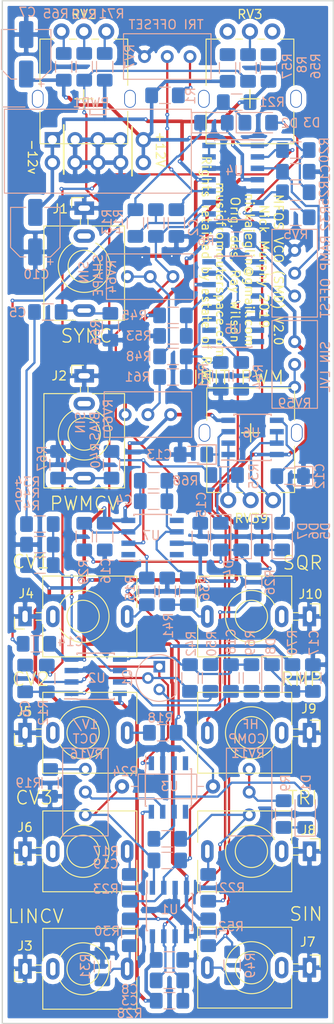
<source format=kicad_pcb>
(kicad_pcb (version 20171130) (host pcbnew "(5.0.1)-4")
  (layers (0 F.Cu signal) (31 B.Cu signal) (34 B.Paste user) (35 F.Paste user) (36 B.SilkS user) (37 F.SilkS user) (38 B.Mask user) (39 F.Mask user) (44 Edge.Cuts user))
  (net 0 "")
  (net 1 "Net-(C1-Pad1)")
  (net 2 GND)
  (net 3 "Net-(C2-Pad1)")
  (net 4 "Net-(C3-Pad2)")
  (net 5 "Net-(C3-Pad1)")
  (net 6 "Net-(C4-Pad1)")
  (net 7 "Net-(C4-Pad2)")
  (net 8 "Net-(C5-Pad2)")
  (net 9 SYNC)
  (net 10 "Net-(C6-Pad1)")
  (net 11 RAW)
  (net 12 +12V)
  (net 13 -12V)
  (net 14 "Net-(C12-Pad2)")
  (net 15 "Net-(C13-Pad1)")
  (net 16 "Net-(C14-Pad1)")
  (net 17 "Net-(C17-Pad1)")
  (net 18 "Net-(C18-Pad2)")
  (net 19 "Net-(C18-Pad1)")
  (net 20 "Net-(C19-Pad2)")
  (net 21 "Net-(C19-Pad1)")
  (net 22 "Net-(D1-Pad1)")
  (net 23 "Net-(D1-Pad2)")
  (net 24 "Net-(D2-Pad2)")
  (net 25 "Net-(D3-Pad2)")
  (net 26 "Net-(D5-Pad1)")
  (net 27 "Net-(D6-Pad1)")
  (net 28 "Net-(Q1-Pad3)")
  (net 29 "Net-(R1-Pad2)")
  (net 30 "Net-(R6-Pad2)")
  (net 31 R3P2)
  (net 32 "Net-(R9-Pad1)")
  (net 33 R2P2)
  (net 34 "Net-(R12-Pad1)")
  (net 35 "Net-(R13-Pad1)")
  (net 36 "Net-(R14-Pad1)")
  (net 37 CV1)
  (net 38 CV2)
  (net 39 "Net-(R19-Pad2)")
  (net 40 TRI)
  (net 41 CV3)
  (net 42 "Net-(R25-Pad2)")
  (net 43 RMP)
  (net 44 LIN)
  (net 45 "Net-(R34-Pad1)")
  (net 46 "Net-(R35-Pad1)")
  (net 47 R39P2)
  (net 48 SQR)
  (net 49 PWM)
  (net 50 "Net-(R44-Pad1)")
  (net 51 "Net-(R44-Pad2)")
  (net 52 "Net-(R45-Pad1)")
  (net 53 "Net-(R48-Pad1)")
  (net 54 "Net-(R48-Pad2)")
  (net 55 "Net-(R49-Pad2)")
  (net 56 SIN)
  (net 57 R2P1)
  (net 58 R3P3)
  (net 59 "Net-(R61-Pad2)")
  (net 60 "Net-(RV16-Pad2)")
  (net 61 R39P1)
  (net 62 R39P3)
  (net 63 "Net-(U4-Pad13)")
  (net 64 "Net-(U5-Pad2)")
  (net 65 "Net-(U5-Pad9)")
  (net 66 "Net-(U5-Pad10)")
  (net 67 "Net-(U5-Pad12)")
  (net 68 "Net-(U5-Pad15)")
  (net 69 "Net-(U5-Pad16)")
  (net 70 "Net-(U7-Pad8)")
  (net 71 "Net-(U7-Pad5)")
  (net 72 "Net-(U7-Pad1)")
  (net 73 "Net-(J1-PadTN)")
  (net 74 "Net-(J2-PadTN)")
  (net 75 "Net-(J3-PadTN)")
  (net 76 "Net-(J4-PadTN)")
  (net 77 "Net-(J5-PadTN)")
  (net 78 "Net-(J6-PadTN)")
  (net 79 "Net-(J7-PadTN)")
  (net 80 "Net-(J8-PadTN)")
  (net 81 "Net-(J9-PadTN)")
  (net 82 "Net-(J10-PadTN)")
  (net 83 R3P1)
  (net 84 R2P3)
  (module Capacitor_SMD:CP_Elec_5x4.5 (layer B.Cu) (at 146.939 -206.121 90)
    (fp_text reference C7 (at 4.699 0.127 180) (layer B.SilkS) (effects (justify mirror)))
    (fp_text value "10uF 25V electro")
    (pad 2 smd roundrect (at 2.2 0 90) (size 3 1.6) (layers B.Cu B.Paste B.Mask) (roundrect_rratio 0.15625) (net 2 GND))
    (pad 1 smd roundrect (at -2.2 0 90) (size 3 1.6) (layers B.Cu B.Paste B.Mask) (roundrect_rratio 0.15625) (net 12 +12V))
  )
  (module Capacitor_SMD:CP_Elec_5x4.5 (layer B.Cu) (at 147.955 -186.309 90)
    (fp_text reference C10 (at -4.699 0.127 180) (layer B.SilkS) (effects (justify mirror)))
    (fp_text value "10uF 25V electro")
    (pad 2 smd roundrect (at 2.2 0 90) (size 3 1.6) (layers B.Cu B.Paste B.Mask) (roundrect_rratio 0.15625) (net 13 -12V))
    (pad 1 smd roundrect (at -2.2 0 90) (size 3 1.6) (layers B.Cu B.Paste B.Mask) (roundrect_rratio 0.15625) (net 2 GND))
  )
  (module "custom footprints:3.5mm_tip_switch_thonkiconn" (layer F.Cu) (at 178.562 -130.556 270)
    (fp_text reference J9 (at -2.667 0.0635 180) (layer F.SilkS))
    (fp_text value RMP)
    (pad TN thru_hole oval (at 0 3.1 90) (size 2.4 1.5) (drill oval 1.5 0.6) (layers *.Cu *.Mask) (net 81 "Net-(J9-PadTN)"))
    (pad S thru_hole rect (at 0 0 90) (size 2.2 1.5) (drill oval 1.3 0.6) (layers *.Cu *.Mask) (net 2 GND))
    (pad T thru_hole oval (at 0 11.4 90) (size 2.5 1.4) (drill oval 1.5 0.5) (layers *.Cu *.Mask) (net 43 RMP))
  )
  (module Package_SO:SOIC-8_3.9x4.9mm_P1.27mm (layer B.Cu) (at 162.932652 -110.591128 270)
    (fp_text reference U1 (at -0.279872 -0.008348) (layer B.SilkS) (effects (justify mirror)))
    (fp_text value OP275)
    (pad 8 smd rect (at 2.7 1.905 270) (size 1.55 0.6) (layers B.Cu B.Paste B.Mask) (net 12 +12V))
    (pad 7 smd rect (at 2.7 0.635 270) (size 1.55 0.6) (layers B.Cu B.Paste B.Mask) (net 4 "Net-(C3-Pad2)"))
    (pad 6 smd rect (at 2.7 -0.635 270) (size 1.55 0.6) (layers B.Cu B.Paste B.Mask) (net 5 "Net-(C3-Pad1)"))
    (pad 5 smd rect (at 2.7 -1.905 270) (size 1.55 0.6) (layers B.Cu B.Paste B.Mask) (net 2 GND))
    (pad 4 smd rect (at -2.7 -1.905 270) (size 1.55 0.6) (layers B.Cu B.Paste B.Mask) (net 13 -12V))
    (pad 3 smd rect (at -2.7 -0.635 270) (size 1.55 0.6) (layers B.Cu B.Paste B.Mask) (net 2 GND))
    (pad 2 smd rect (at -2.7 0.635 270) (size 1.55 0.6) (layers B.Cu B.Paste B.Mask) (net 21 "Net-(C19-Pad1)"))
    (pad 1 smd rect (at -2.7 1.905 270) (size 1.55 0.6) (layers B.Cu B.Paste B.Mask) (net 20 "Net-(C19-Pad2)"))
  )
  (module Potentiometer_THT:Potentiometer_Bourns_3296W_Vertical (layer B.Cu) (at 176.911 -179.197 270)
    (fp_text reference RV5 (at -6.858 -0.127) (layer B.SilkS) (effects (justify mirror)))
    (fp_text value 10K)
    (pad 1 thru_hole circle (at 0 0 270) (size 1.44 1.44) (drill 0.8) (layers *.Cu *.Mask) (net 30 "Net-(R6-Pad2)"))
    (pad 2 thru_hole circle (at -2.54 0 270) (size 1.44 1.44) (drill 0.8) (layers *.Cu *.Mask) (net 1 "Net-(C1-Pad1)"))
    (pad 3 thru_hole circle (at -5.08 0 270) (size 1.44 1.44) (drill 0.8) (layers *.Cu *.Mask) (net 2 GND))
  )
  (module Package_SO:SOIC-14_3.9x8.7mm_P1.27mm (layer B.Cu) (at 170.053 -192.151 180)
    (fp_text reference U4 (at -0.127 1.016 180) (layer B.SilkS) (effects (justify mirror)))
    (fp_text value TL074)
    (pad 14 smd rect (at 2.7 3.81 180) (size 1.5 0.6) (layers B.Cu B.Paste B.Mask) (net 63 "Net-(U4-Pad13)"))
    (pad 13 smd rect (at 2.7 2.54 180) (size 1.5 0.6) (layers B.Cu B.Paste B.Mask) (net 63 "Net-(U4-Pad13)"))
    (pad 12 smd rect (at 2.7 1.27 180) (size 1.5 0.6) (layers B.Cu B.Paste B.Mask) (net 2 GND))
    (pad 11 smd rect (at 2.7 0 180) (size 1.5 0.6) (layers B.Cu B.Paste B.Mask) (net 13 -12V))
    (pad 10 smd rect (at 2.7 -1.27 180) (size 1.5 0.6) (layers B.Cu B.Paste B.Mask) (net 3 "Net-(C2-Pad1)"))
    (pad 9 smd rect (at 2.7 -2.54 180) (size 1.5 0.6) (layers B.Cu B.Paste B.Mask) (net 35 "Net-(R13-Pad1)"))
    (pad 8 smd rect (at 2.7 -3.81 180) (size 1.5 0.6) (layers B.Cu B.Paste B.Mask) (net 36 "Net-(R14-Pad1)"))
    (pad 7 smd rect (at -2.7 -3.81 180) (size 1.5 0.6) (layers B.Cu B.Paste B.Mask) (net 25 "Net-(D3-Pad2)"))
    (pad 6 smd rect (at -2.7 -2.54 180) (size 1.5 0.6) (layers B.Cu B.Paste B.Mask) (net 42 "Net-(R25-Pad2)"))
    (pad 5 smd rect (at -2.7 -1.27 180) (size 1.5 0.6) (layers B.Cu B.Paste B.Mask) (net 2 GND))
    (pad 4 smd rect (at -2.7 0 180) (size 1.5 0.6) (layers B.Cu B.Paste B.Mask) (net 12 +12V))
    (pad 3 smd rect (at -2.7 1.27 180) (size 1.5 0.6) (layers B.Cu B.Paste B.Mask) (net 1 "Net-(C1-Pad1)"))
    (pad 2 smd rect (at -2.7 2.54 180) (size 1.5 0.6) (layers B.Cu B.Paste B.Mask) (net 34 "Net-(R12-Pad1)"))
    (pad 1 smd rect (at -2.7 3.81 180) (size 1.5 0.6) (layers B.Cu B.Paste B.Mask) (net 24 "Net-(D2-Pad2)"))
  )
  (module Package_SO:SOIC-8_3.9x4.9mm_P1.27mm (layer B.Cu) (at 154.696633 -136.847529)
    (fp_text reference U2 (at 0.116367 0.195529 180) (layer B.SilkS) (effects (justify mirror)))
    (fp_text value TL072)
    (pad 1 smd rect (at -2.7 1.905) (size 1.55 0.6) (layers B.Cu B.Paste B.Mask) (net 11 RAW))
    (pad 2 smd rect (at -2.7 0.635) (size 1.55 0.6) (layers B.Cu B.Paste B.Mask) (net 10 "Net-(C6-Pad1)"))
    (pad 3 smd rect (at -2.7 -0.635) (size 1.55 0.6) (layers B.Cu B.Paste B.Mask) (net 2 GND))
    (pad 4 smd rect (at -2.7 -1.905) (size 1.55 0.6) (layers B.Cu B.Paste B.Mask) (net 13 -12V))
    (pad 5 smd rect (at 2.7 -1.905) (size 1.55 0.6) (layers B.Cu B.Paste B.Mask) (net 19 "Net-(C18-Pad1)"))
    (pad 6 smd rect (at 2.7 -0.635) (size 1.55 0.6) (layers B.Cu B.Paste B.Mask) (net 45 "Net-(R34-Pad1)"))
    (pad 7 smd rect (at 2.7 0.635) (size 1.55 0.6) (layers B.Cu B.Paste B.Mask) (net 18 "Net-(C18-Pad2)"))
    (pad 8 smd rect (at 2.7 1.905) (size 1.55 0.6) (layers B.Cu B.Paste B.Mask) (net 12 +12V))
  )
  (module Resistor_SMD:R_1206_3216Metric_Pad1.42x1.75mm_HandSolder (layer B.Cu) (at 149.235633 -136.601877 270)
    (fp_text reference R12 (at 3.81 0.391633 270) (layer B.SilkS) (effects (justify mirror)))
    (fp_text value 10K)
    (pad 2 smd roundrect (at 1.4875 0 270) (size 1.425 1.75) (layers B.Cu B.Paste B.Mask) (roundrect_rratio 0.175439) (net 11 RAW))
    (pad 1 smd roundrect (at -1.4875 0 270) (size 1.425 1.75) (layers B.Cu B.Paste B.Mask) (roundrect_rratio 0.175439) (net 34 "Net-(R12-Pad1)"))
  )
  (module Resistor_SMD:R_1206_3216Metric_Pad1.42x1.75mm_HandSolder (layer B.Cu) (at 169.037 -159.258)
    (fp_text reference R35 (at 3.302 0.127 90) (layer B.SilkS) (effects (justify mirror)))
    (fp_text value 10K)
    (pad 2 smd roundrect (at 1.4875 0) (size 1.425 1.75) (layers B.Cu B.Paste B.Mask) (roundrect_rratio 0.175439) (net 47 R39P2))
    (pad 1 smd roundrect (at -1.4875 0) (size 1.425 1.75) (layers B.Cu B.Paste B.Mask) (roundrect_rratio 0.175439) (net 46 "Net-(R35-Pad1)"))
  )
  (module Package_SO:SOIC-8_3.9x4.9mm_P1.27mm (layer B.Cu) (at 162.814 -124.46 270)
    (fp_text reference U3 (at -0.127 -0.127) (layer B.SilkS) (effects (justify mirror)))
    (fp_text value SSM2212)
    (pad 8 smd rect (at 2.7 1.905 270) (size 1.55 0.6) (layers B.Cu B.Paste B.Mask) (net 5 "Net-(C3-Pad1)"))
    (pad 7 smd rect (at 2.7 0.635 270) (size 1.55 0.6) (layers B.Cu B.Paste B.Mask) (net 60 "Net-(RV16-Pad2)"))
    (pad 6 smd rect (at 2.7 -0.635 270) (size 1.55 0.6) (layers B.Cu B.Paste B.Mask) (net 23 "Net-(D1-Pad2)"))
    (pad 5 smd rect (at 2.7 -1.905 270) (size 1.55 0.6) (layers B.Cu B.Paste B.Mask))
    (pad 4 smd rect (at -2.7 -1.905 270) (size 1.55 0.6) (layers B.Cu B.Paste B.Mask))
    (pad 3 smd rect (at -2.7 -0.635 270) (size 1.55 0.6) (layers B.Cu B.Paste B.Mask) (net 23 "Net-(D1-Pad2)"))
    (pad 2 smd rect (at -2.7 0.635 270) (size 1.55 0.6) (layers B.Cu B.Paste B.Mask) (net 2 GND))
    (pad 1 smd rect (at -2.7 1.905 270) (size 1.55 0.6) (layers B.Cu B.Paste B.Mask) (net 10 "Net-(C6-Pad1)"))
  )
  (module Resistor_THT:R_Axial_DIN0207_L6.3mm_D2.5mm_P10.16mm_Horizontal (layer B.Cu) (at 157.632872 -124.578652)
    (fp_text reference R24 (at 0.355128 -1.659348) (layer B.SilkS) (effects (justify mirror)))
    (fp_text value 2K)
    (pad 1 thru_hole circle (at 0 0) (size 1.6 1.6) (drill 0.8) (layers *.Cu *.Mask) (net 20 "Net-(C19-Pad2)"))
    (pad 2 thru_hole oval (at 10.16 0) (size 1.6 1.6) (drill 0.8) (layers *.Cu *.Mask) (net 21 "Net-(C19-Pad1)"))
  )
  (module Package_TO_SOT_THT:TO-92 (layer B.Cu) (at 161.798 -137.922 270)
    (fp_text reference Q1 (at 1.27 3.56 270) (layer B.SilkS) (effects (justify mirror)))
    (fp_text value PN4391)
    (pad 2 thru_hole circle (at 1.27 1.27 180) (size 1.3 1.3) (drill 0.75) (layers *.Cu *.Mask) (net 11 RAW))
    (pad 3 thru_hole circle (at 2.54 0 180) (size 1.3 1.3) (drill 0.75) (layers *.Cu *.Mask) (net 28 "Net-(Q1-Pad3)"))
    (pad 1 thru_hole rect (at 0 0 180) (size 1.3 1.3) (drill 0.75) (layers *.Cu *.Mask) (net 10 "Net-(C6-Pad1)"))
  )
  (module "Custom Parts:Potentiometer_Thonk_Alpha_9mm_Vertical" (layer F.Cu) (at 174.498 -156.464 90)
    (fp_text reference RV39 (at -2.032 -2.413 180) (layer F.SilkS))
    (fp_text value "100k lin")
    (pad "" thru_hole oval (at 7.5 2.65 180) (size 1.3 2) (drill oval 1.1 1.8) (layers *.Cu *.Mask))
    (pad 3 thru_hole circle (at 0 -5 90) (size 1.8 1.8) (drill 1) (layers *.Cu *.Mask) (net 62 R39P3))
    (pad 2 thru_hole circle (at 0 -2.5 90) (size 1.8 1.8) (drill 1) (layers *.Cu *.Mask) (net 47 R39P2))
    (pad 1 thru_hole circle (at 0 0 90) (size 1.8 1.8) (drill 1) (layers *.Cu *.Mask) (net 61 R39P1))
    (pad "" thru_hole oval (at 7.5 -7.65 180) (size 1.3 2) (drill oval 1.1 1.8) (layers *.Cu *.Mask))
  )
  (module "Custom Parts:Potentiometer_Thonk_Alpha_9mm_Vertical" (layer F.Cu) (at 169.418 -208.661 270)
    (fp_text reference RV3 (at -1.905 -2.5) (layer F.SilkS))
    (fp_text value "100k lin")
    (pad "" thru_hole oval (at 7.5 2.65) (size 1.3 2) (drill oval 1.1 1.8) (layers *.Cu *.Mask))
    (pad 3 thru_hole circle (at 0 -5 270) (size 1.8 1.8) (drill 1) (layers *.Cu *.Mask) (net 83 R3P1))
    (pad 2 thru_hole circle (at 0 -2.5 270) (size 1.8 1.8) (drill 1) (layers *.Cu *.Mask) (net 31 R3P2))
    (pad 1 thru_hole circle (at 0 0 270) (size 1.8 1.8) (drill 1) (layers *.Cu *.Mask) (net 58 R3P3))
    (pad "" thru_hole oval (at 7.5 -7.65) (size 1.3 2) (drill oval 1.1 1.8) (layers *.Cu *.Mask))
  )
  (module "Custom Parts:Potentiometer_Thonk_Alpha_9mm_Vertical" (layer F.Cu) (at 150.876 -208.661 270)
    (fp_text reference RV2 (at -1.905 -2.5) (layer F.SilkS))
    (fp_text value "100k lin")
    (pad "" thru_hole oval (at 7.5 2.65) (size 1.3 2) (drill oval 1.1 1.8) (layers *.Cu *.Mask))
    (pad 3 thru_hole circle (at 0 -5 270) (size 1.8 1.8) (drill 1) (layers *.Cu *.Mask) (net 57 R2P1))
    (pad 2 thru_hole circle (at 0 -2.5 270) (size 1.8 1.8) (drill 1) (layers *.Cu *.Mask) (net 33 R2P2))
    (pad 1 thru_hole circle (at 0 0 270) (size 1.8 1.8) (drill 1) (layers *.Cu *.Mask) (net 84 R2P3))
    (pad "" thru_hole oval (at 7.5 -7.65) (size 1.3 2) (drill oval 1.1 1.8) (layers *.Cu *.Mask))
  )
  (module Capacitor_SMD:C_1206_3216Metric_Pad1.42x1.75mm_HandSolder (layer B.Cu) (at 177.038 -193.04)
    (fp_text reference C1 (at 3.302 0.127 270) (layer B.SilkS) (effects (justify mirror)))
    (fp_text value 0.1uF)
    (pad 1 smd roundrect (at -1.4875 0) (size 1.425 1.75) (layers B.Cu B.Paste B.Mask) (roundrect_rratio 0.175439) (net 1 "Net-(C1-Pad1)"))
    (pad 2 smd roundrect (at 1.4875 0) (size 1.425 1.75) (layers B.Cu B.Paste B.Mask) (roundrect_rratio 0.175439) (net 2 GND))
  )
  (module Capacitor_SMD:C_1206_3216Metric_Pad1.42x1.75mm_HandSolder (layer B.Cu) (at 163.703 -187.325 270)
    (fp_text reference C2 (at 0.508 -1.905 270) (layer B.SilkS) (effects (justify mirror)))
    (fp_text value 0.1uF)
    (pad 2 smd roundrect (at 1.4875 0 270) (size 1.425 1.75) (layers B.Cu B.Paste B.Mask) (roundrect_rratio 0.175439) (net 2 GND))
    (pad 1 smd roundrect (at -1.4875 0 270) (size 1.425 1.75) (layers B.Cu B.Paste B.Mask) (roundrect_rratio 0.175439) (net 3 "Net-(C2-Pad1)"))
  )
  (module Capacitor_SMD:C_1206_3216Metric_Pad1.42x1.75mm_HandSolder (layer B.Cu) (at 162.932652 -102.971128 180)
    (fp_text reference C3 (at 4.436652 -2.260128 180) (layer B.SilkS) (effects (justify mirror)))
    (fp_text value 100pF)
    (pad 1 smd roundrect (at -1.4875 0 180) (size 1.425 1.75) (layers B.Cu B.Paste B.Mask) (roundrect_rratio 0.175439) (net 5 "Net-(C3-Pad1)"))
    (pad 2 smd roundrect (at 1.4875 0 180) (size 1.425 1.75) (layers B.Cu B.Paste B.Mask) (roundrect_rratio 0.175439) (net 4 "Net-(C3-Pad2)"))
  )
  (module Capacitor_SMD:C_1206_3216Metric_Pad1.42x1.75mm_HandSolder (layer B.Cu) (at 161.163 -156.337)
    (fp_text reference C4 (at -3.302 -0.127) (layer B.SilkS) (effects (justify mirror)))
    (fp_text value 10pF)
    (pad 2 smd roundrect (at 1.4875 0) (size 1.425 1.75) (layers B.Cu B.Paste B.Mask) (roundrect_rratio 0.175439) (net 7 "Net-(C4-Pad2)"))
    (pad 1 smd roundrect (at -1.4875 0) (size 1.425 1.75) (layers B.Cu B.Paste B.Mask) (roundrect_rratio 0.175439) (net 6 "Net-(C4-Pad1)"))
  )
  (module Capacitor_SMD:C_1206_3216Metric_Pad1.42x1.75mm_HandSolder (layer B.Cu) (at 149.352 -177.419 180)
    (fp_text reference C5 (at 3.3655 -0.0635 180) (layer B.SilkS) (effects (justify mirror)))
    (fp_text value 0.001uF)
    (pad 1 smd roundrect (at -1.4875 0 180) (size 1.425 1.75) (layers B.Cu B.Paste B.Mask) (roundrect_rratio 0.175439) (net 9 SYNC))
    (pad 2 smd roundrect (at 1.4875 0 180) (size 1.425 1.75) (layers B.Cu B.Paste B.Mask) (roundrect_rratio 0.175439) (net 8 "Net-(C5-Pad2)"))
  )
  (module Capacitor_SMD:C_1206_3216Metric_Pad1.42x1.75mm_HandSolder (layer B.Cu) (at 146.822633 -136.601877 270)
    (fp_text reference C6 (at 3.378877 0.010633 270) (layer B.SilkS) (effects (justify mirror)))
    (fp_text value "0.005uF mica, polycarb, or polysty")
    (pad 1 smd roundrect (at -1.4875 0 270) (size 1.425 1.75) (layers B.Cu B.Paste B.Mask) (roundrect_rratio 0.175439) (net 10 "Net-(C6-Pad1)"))
    (pad 2 smd roundrect (at 1.4875 0 270) (size 1.425 1.75) (layers B.Cu B.Paste B.Mask) (roundrect_rratio 0.175439) (net 11 RAW))
  )
  (module Capacitor_SMD:C_1206_3216Metric_Pad1.42x1.75mm_HandSolder (layer B.Cu) (at 162.932652 -105.257128)
    (fp_text reference C8 (at -4.436652 3.276128) (layer B.SilkS) (effects (justify mirror)))
    (fp_text value 0.1uF)
    (pad 1 smd roundrect (at -1.4875 0) (size 1.425 1.75) (layers B.Cu B.Paste B.Mask) (roundrect_rratio 0.175439) (net 12 +12V))
    (pad 2 smd roundrect (at 1.4875 0) (size 1.425 1.75) (layers B.Cu B.Paste B.Mask) (roundrect_rratio 0.175439) (net 2 GND))
  )
  (module Capacitor_SMD:C_1206_3216Metric_Pad1.42x1.75mm_HandSolder (layer B.Cu) (at 176.403 -159.131 180)
    (fp_text reference C12 (at -3.302 0 270) (layer B.SilkS) (effects (justify mirror)))
    (fp_text value "1uF 25V tant")
    (pad 1 smd roundrect (at -1.4875 0 180) (size 1.425 1.75) (layers B.Cu B.Paste B.Mask) (roundrect_rratio 0.175439) (net 2 GND))
    (pad 2 smd roundrect (at 1.4875 0 180) (size 1.425 1.75) (layers B.Cu B.Paste B.Mask) (roundrect_rratio 0.175439) (net 14 "Net-(C12-Pad2)"))
  )
  (module Capacitor_SMD:C_1206_3216Metric_Pad1.42x1.75mm_HandSolder (layer B.Cu) (at 165.608 -161.544 180)
    (fp_text reference C13 (at 3.81 0 180) (layer B.SilkS) (effects (justify mirror)))
    (fp_text value "1uF 25V tant")
    (pad 2 smd roundrect (at 1.4875 0 180) (size 1.425 1.75) (layers B.Cu B.Paste B.Mask) (roundrect_rratio 0.175439) (net 2 GND))
    (pad 1 smd roundrect (at -1.4875 0 180) (size 1.425 1.75) (layers B.Cu B.Paste B.Mask) (roundrect_rratio 0.175439) (net 15 "Net-(C13-Pad1)"))
  )
  (module Capacitor_SMD:C_1206_3216Metric_Pad1.42x1.75mm_HandSolder (layer B.Cu) (at 148.082 -140.462)
    (fp_text reference C14 (at 3.81 -0.254) (layer B.SilkS) (effects (justify mirror)))
    (fp_text value 0.002uF)
    (pad 2 smd roundrect (at 1.4875 0) (size 1.425 1.75) (layers B.Cu B.Paste B.Mask) (roundrect_rratio 0.175439) (net 13 -12V))
    (pad 1 smd roundrect (at -1.4875 0) (size 1.425 1.75) (layers B.Cu B.Paste B.Mask) (roundrect_rratio 0.175439) (net 16 "Net-(C14-Pad1)"))
  )
  (module Capacitor_SMD:C_1206_3216Metric_Pad1.42x1.75mm_HandSolder (layer B.Cu) (at 166.37 -152.4 90)
    (fp_text reference C15 (at 3.556 0.127 90) (layer B.SilkS) (effects (justify mirror)))
    (fp_text value .1uF)
    (pad 2 smd roundrect (at 1.4875 0 90) (size 1.425 1.75) (layers B.Cu B.Paste B.Mask) (roundrect_rratio 0.175439) (net 2 GND))
    (pad 1 smd roundrect (at -1.4875 0 90) (size 1.425 1.75) (layers B.Cu B.Paste B.Mask) (roundrect_rratio 0.175439) (net 12 +12V))
  )
  (module Capacitor_SMD:C_1206_3216Metric_Pad1.42x1.75mm_HandSolder (layer B.Cu) (at 155.702 -152.4 270)
    (fp_text reference C16 (at 3.81 -0.127 270) (layer B.SilkS) (effects (justify mirror)))
    (fp_text value .1uF)
    (pad 1 smd roundrect (at -1.4875 0 270) (size 1.425 1.75) (layers B.Cu B.Paste B.Mask) (roundrect_rratio 0.175439) (net 13 -12V))
    (pad 2 smd roundrect (at 1.4875 0 270) (size 1.425 1.75) (layers B.Cu B.Paste B.Mask) (roundrect_rratio 0.175439) (net 2 GND))
  )
  (module Capacitor_SMD:C_1206_3216Metric_Pad1.42x1.75mm_HandSolder (layer B.Cu) (at 178.943 -136.652 90)
    (fp_text reference C17 (at 3.937 0.127 90) (layer B.SilkS) (effects (justify mirror)))
    (fp_text value 100pF)
    (pad 2 smd roundrect (at 1.4875 0 90) (size 1.425 1.75) (layers B.Cu B.Paste B.Mask) (roundrect_rratio 0.175439) (net 2 GND))
    (pad 1 smd roundrect (at -1.4875 0 90) (size 1.425 1.75) (layers B.Cu B.Paste B.Mask) (roundrect_rratio 0.175439) (net 17 "Net-(C17-Pad1)"))
  )
  (module Capacitor_SMD:C_1206_3216Metric_Pad1.42x1.75mm_HandSolder (layer B.Cu) (at 169.799 -136.652 270)
    (fp_text reference C18 (at -4.064 0 270) (layer B.SilkS) (effects (justify mirror)))
    (fp_text value 4.7pF)
    (pad 2 smd roundrect (at 1.4875 0 270) (size 1.425 1.75) (layers B.Cu B.Paste B.Mask) (roundrect_rratio 0.175439) (net 18 "Net-(C18-Pad2)"))
    (pad 1 smd roundrect (at -1.4875 0 270) (size 1.425 1.75) (layers B.Cu B.Paste B.Mask) (roundrect_rratio 0.175439) (net 19 "Net-(C18-Pad1)"))
  )
  (module Capacitor_SMD:C_1206_3216Metric_Pad1.42x1.75mm_HandSolder (layer B.Cu) (at 162.687 -116.332 180)
    (fp_text reference C19 (at 6.858 -0.381 180) (layer B.SilkS) (effects (justify mirror)))
    (fp_text value 100pF)
    (pad 2 smd roundrect (at 1.4875 0 180) (size 1.425 1.75) (layers B.Cu B.Paste B.Mask) (roundrect_rratio 0.175439) (net 20 "Net-(C19-Pad2)"))
    (pad 1 smd roundrect (at -1.4875 0 180) (size 1.425 1.75) (layers B.Cu B.Paste B.Mask) (roundrect_rratio 0.175439) (net 21 "Net-(C19-Pad1)"))
  )
  (module Diode_SMD:D_1206_3216Metric_Pad1.42x1.75mm_HandSolder (layer B.Cu) (at 178.087402 -121.49617 90)
    (fp_text reference D1 (at 3.47183 0.093598 90) (layer B.SilkS) (effects (justify mirror)))
    (fp_text value 1N914)
    (pad 2 smd roundrect (at 1.4875 0 90) (size 1.425 1.75) (layers B.Cu B.Paste B.Mask) (roundrect_rratio 0.175439) (net 23 "Net-(D1-Pad2)"))
    (pad 1 smd roundrect (at -1.4875 0 90) (size 1.425 1.75) (layers B.Cu B.Paste B.Mask) (roundrect_rratio 0.175439) (net 22 "Net-(D1-Pad1)"))
  )
  (module Diode_SMD:D_1206_3216Metric_Pad1.42x1.75mm_HandSolder (layer B.Cu) (at 167.894 -198.501)
    (fp_text reference D2 (at 8.4455 0.0635) (layer B.SilkS) (effects (justify mirror)))
    (fp_text value 1N914)
    (pad 1 smd roundrect (at -1.4875 0) (size 1.425 1.75) (layers B.Cu B.Paste B.Mask) (roundrect_rratio 0.175439) (net 16 "Net-(C14-Pad1)"))
    (pad 2 smd roundrect (at 1.4875 0) (size 1.425 1.75) (layers B.Cu B.Paste B.Mask) (roundrect_rratio 0.175439) (net 24 "Net-(D2-Pad2)"))
  )
  (module Diode_SMD:D_1206_3216Metric_Pad1.42x1.75mm_HandSolder (layer B.Cu) (at 172.847 -198.501)
    (fp_text reference D3 (at 5.969 0) (layer B.SilkS) (effects (justify mirror)))
    (fp_text value 1N914)
    (pad 2 smd roundrect (at 1.4875 0) (size 1.425 1.75) (layers B.Cu B.Paste B.Mask) (roundrect_rratio 0.175439) (net 25 "Net-(D3-Pad2)"))
    (pad 1 smd roundrect (at -1.4875 0) (size 1.425 1.75) (layers B.Cu B.Paste B.Mask) (roundrect_rratio 0.175439) (net 16 "Net-(C14-Pad1)"))
  )
  (module Diode_SMD:D_1206_3216Metric_Pad1.42x1.75mm_HandSolder (layer B.Cu) (at 168.656 -152.4 270)
    (fp_text reference D4 (at 3.556 -0.889 270) (layer B.SilkS) (effects (justify mirror)))
    (fp_text value 1N914)
    (pad 2 smd roundrect (at 1.4875 0 270) (size 1.425 1.75) (layers B.Cu B.Paste B.Mask) (roundrect_rratio 0.175439) (net 25 "Net-(D3-Pad2)"))
    (pad 1 smd roundrect (at -1.4875 0 270) (size 1.425 1.75) (layers B.Cu B.Paste B.Mask) (roundrect_rratio 0.175439) (net 15 "Net-(C13-Pad1)"))
  )
  (module Diode_SMD:D_1206_3216Metric_Pad1.42x1.75mm_HandSolder (layer B.Cu) (at 175.514 -152.4 90)
    (fp_text reference D5 (at 0.635 4.826 90) (layer B.SilkS) (effects (justify mirror)))
    (fp_text value 1N914)
    (pad 1 smd roundrect (at -1.4875 0 90) (size 1.425 1.75) (layers B.Cu B.Paste B.Mask) (roundrect_rratio 0.175439) (net 26 "Net-(D5-Pad1)"))
    (pad 2 smd roundrect (at 1.4875 0 90) (size 1.425 1.75) (layers B.Cu B.Paste B.Mask) (roundrect_rratio 0.175439) (net 14 "Net-(C12-Pad2)"))
  )
  (module Diode_SMD:D_1206_3216Metric_Pad1.42x1.75mm_HandSolder (layer B.Cu) (at 173.228 -152.4 270)
    (fp_text reference D6 (at -0.635 -5.842 270) (layer B.SilkS) (effects (justify mirror)))
    (fp_text value 1N914)
    (pad 2 smd roundrect (at 1.4875 0 270) (size 1.425 1.75) (layers B.Cu B.Paste B.Mask) (roundrect_rratio 0.175439) (net 26 "Net-(D5-Pad1)"))
    (pad 1 smd roundrect (at -1.4875 0 270) (size 1.425 1.75) (layers B.Cu B.Paste B.Mask) (roundrect_rratio 0.175439) (net 27 "Net-(D6-Pad1)"))
  )
  (module Diode_SMD:D_1206_3216Metric_Pad1.42x1.75mm_HandSolder (layer B.Cu) (at 170.942 -152.4 90)
    (fp_text reference D7 (at 0.635 6.858 90) (layer B.SilkS) (effects (justify mirror)))
    (fp_text value 1N914)
    (pad 1 smd roundrect (at -1.4875 0 90) (size 1.425 1.75) (layers B.Cu B.Paste B.Mask) (roundrect_rratio 0.175439) (net 25 "Net-(D3-Pad2)"))
    (pad 2 smd roundrect (at 1.4875 0 90) (size 1.425 1.75) (layers B.Cu B.Paste B.Mask) (roundrect_rratio 0.175439) (net 27 "Net-(D6-Pad1)"))
  )
  (module Diode_SMD:D_1206_3216Metric_Pad1.42x1.75mm_HandSolder (layer B.Cu) (at 174.371 -136.652 270)
    (fp_text reference D8 (at -3.556 0.127 270) (layer B.SilkS) (effects (justify mirror)))
    (fp_text value 1N914)
    (pad 1 smd roundrect (at -1.4875 0 270) (size 1.425 1.75) (layers B.Cu B.Paste B.Mask) (roundrect_rratio 0.175439) (net 17 "Net-(C17-Pad1)"))
    (pad 2 smd roundrect (at 1.4875 0 270) (size 1.425 1.75) (layers B.Cu B.Paste B.Mask) (roundrect_rratio 0.175439) (net 18 "Net-(C18-Pad2)"))
  )
  (module "custom footprints:3.5mm_tip_switch_thonkiconn" (layer F.Cu) (at 153.416 -188.976)
    (fp_text reference J1 (at -2.667 0.0635 180) (layer F.SilkS))
    (fp_text value SYNC)
    (pad T thru_hole oval (at 0 11.4 180) (size 2.5 1.4) (drill oval 1.5 0.5) (layers *.Cu *.Mask) (net 9 SYNC))
    (pad S thru_hole rect (at 0 0 180) (size 2.2 1.5) (drill oval 1.3 0.6) (layers *.Cu *.Mask) (net 2 GND))
    (pad TN thru_hole oval (at 0 3.1 180) (size 2.4 1.5) (drill oval 1.5 0.6) (layers *.Cu *.Mask) (net 73 "Net-(J1-PadTN)"))
  )
  (module "custom footprints:3.5mm_tip_switch_thonkiconn" (layer F.Cu) (at 153.416 -170.307)
    (fp_text reference J2 (at -2.794 0 180) (layer F.SilkS))
    (fp_text value PWM)
    (pad TN thru_hole oval (at 0 3.1 180) (size 2.4 1.5) (drill oval 1.5 0.6) (layers *.Cu *.Mask) (net 74 "Net-(J2-PadTN)"))
    (pad S thru_hole rect (at 0 0 180) (size 2.2 1.5) (drill oval 1.3 0.6) (layers *.Cu *.Mask) (net 2 GND))
    (pad T thru_hole oval (at 0 11.4 180) (size 2.5 1.4) (drill oval 1.5 0.5) (layers *.Cu *.Mask) (net 49 PWM))
  )
  (module "custom footprints:3.5mm_tip_switch_thonkiconn" (layer F.Cu) (at 146.812 -104.267 90)
    (fp_text reference J3 (at 2.54 0) (layer F.SilkS))
    (fp_text value LIN)
    (pad TN thru_hole oval (at 0 3.1 270) (size 2.4 1.5) (drill oval 1.5 0.6) (layers *.Cu *.Mask) (net 75 "Net-(J3-PadTN)"))
    (pad S thru_hole rect (at 0 0 270) (size 2.2 1.5) (drill oval 1.3 0.6) (layers *.Cu *.Mask) (net 2 GND))
    (pad T thru_hole oval (at 0 11.4 270) (size 2.5 1.4) (drill oval 1.5 0.5) (layers *.Cu *.Mask) (net 44 LIN))
  )
  (module "custom footprints:3.5mm_tip_switch_thonkiconn" (layer F.Cu) (at 146.812 -143.51 90)
    (fp_text reference J4 (at 2.54 0.127) (layer F.SilkS))
    (fp_text value CV1)
    (pad TN thru_hole oval (at 0 3.1 270) (size 2.4 1.5) (drill oval 1.5 0.6) (layers *.Cu *.Mask) (net 76 "Net-(J4-PadTN)"))
    (pad S thru_hole rect (at 0 0 270) (size 2.2 1.5) (drill oval 1.3 0.6) (layers *.Cu *.Mask) (net 2 GND))
    (pad T thru_hole oval (at 0 11.4 270) (size 2.5 1.4) (drill oval 1.5 0.5) (layers *.Cu *.Mask) (net 37 CV1))
  )
  (module "custom footprints:3.5mm_tip_switch_thonkiconn" (layer F.Cu) (at 146.812 -130.556 90)
    (fp_text reference J5 (at 2.3495 -0.0635) (layer F.SilkS))
    (fp_text value CV2)
    (pad T thru_hole oval (at 0 11.4 270) (size 2.5 1.4) (drill oval 1.5 0.5) (layers *.Cu *.Mask) (net 38 CV2))
    (pad S thru_hole rect (at 0 0 270) (size 2.2 1.5) (drill oval 1.3 0.6) (layers *.Cu *.Mask) (net 2 GND))
    (pad TN thru_hole oval (at 0 3.1 270) (size 2.4 1.5) (drill oval 1.5 0.6) (layers *.Cu *.Mask) (net 77 "Net-(J5-PadTN)"))
  )
  (module "custom footprints:3.5mm_tip_switch_thonkiconn" (layer F.Cu) (at 146.812 -117.348 90)
    (fp_text reference J6 (at 2.667 0) (layer F.SilkS))
    (fp_text value CV3)
    (pad TN thru_hole oval (at 0 3.1 270) (size 2.4 1.5) (drill oval 1.5 0.6) (layers *.Cu *.Mask) (net 78 "Net-(J6-PadTN)"))
    (pad S thru_hole rect (at 0 0 270) (size 2.2 1.5) (drill oval 1.3 0.6) (layers *.Cu *.Mask) (net 2 GND))
    (pad T thru_hole oval (at 0 11.4 270) (size 2.5 1.4) (drill oval 1.5 0.5) (layers *.Cu *.Mask) (net 41 CV3))
  )
  (module "custom footprints:3.5mm_tip_switch_thonkiconn" (layer F.Cu) (at 178.562 -104.394 270)
    (fp_text reference J7 (at -2.8575 0.1905 180) (layer F.SilkS))
    (fp_text value SIN)
    (pad T thru_hole oval (at 0 11.4 90) (size 2.5 1.4) (drill oval 1.5 0.5) (layers *.Cu *.Mask) (net 56 SIN))
    (pad S thru_hole rect (at 0 0 90) (size 2.2 1.5) (drill oval 1.3 0.6) (layers *.Cu *.Mask) (net 2 GND))
    (pad TN thru_hole oval (at 0 3.1 90) (size 2.4 1.5) (drill oval 1.5 0.6) (layers *.Cu *.Mask) (net 79 "Net-(J7-PadTN)"))
  )
  (module "custom footprints:3.5mm_tip_switch_thonkiconn" (layer F.Cu) (at 178.562 -117.348 270)
    (fp_text reference J8 (at -2.3495 0.127 180) (layer F.SilkS))
    (fp_text value TRI)
    (pad T thru_hole oval (at 0 11.4 90) (size 2.5 1.4) (drill oval 1.5 0.5) (layers *.Cu *.Mask) (net 40 TRI))
    (pad S thru_hole rect (at 0 0 90) (size 2.2 1.5) (drill oval 1.3 0.6) (layers *.Cu *.Mask) (net 2 GND))
    (pad TN thru_hole oval (at 0 3.1 90) (size 2.4 1.5) (drill oval 1.5 0.6) (layers *.Cu *.Mask) (net 80 "Net-(J8-PadTN)"))
  )
  (module "custom footprints:3.5mm_tip_switch_thonkiconn" (layer F.Cu) (at 178.562 -143.51 270)
    (fp_text reference J10 (at -2.4765 -0.127 180) (layer F.SilkS))
    (fp_text value SQR)
    (pad T thru_hole oval (at 0 11.4 90) (size 2.5 1.4) (drill oval 1.5 0.5) (layers *.Cu *.Mask) (net 48 SQR))
    (pad S thru_hole rect (at 0 0 90) (size 2.2 1.5) (drill oval 1.3 0.6) (layers *.Cu *.Mask) (net 2 GND))
    (pad TN thru_hole oval (at 0 3.1 90) (size 2.4 1.5) (drill oval 1.5 0.6) (layers *.Cu *.Mask) (net 82 "Net-(J10-PadTN)"))
  )
  (module Connector_IDC:IDC-Header_2x05_P2.54mm_Vertical (layer B.Cu) (at 149.86 -196.596 270)
    (fp_text reference PWR1 (at -4.1275 -4.318) (layer B.SilkS) (effects (justify mirror)))
    (fp_text value Conn_02x05_Odd_Even)
    (pad 1 thru_hole rect (at 0 0 270) (size 1.7272 1.7272) (drill 1.016) (layers *.Cu *.Mask) (net 13 -12V))
    (pad 2 thru_hole oval (at 2.54 0 270) (size 1.7272 1.7272) (drill 1.016) (layers *.Cu *.Mask) (net 13 -12V))
    (pad 3 thru_hole oval (at 0 -2.54 270) (size 1.7272 1.7272) (drill 1.016) (layers *.Cu *.Mask) (net 2 GND))
    (pad 4 thru_hole oval (at 2.54 -2.54 270) (size 1.7272 1.7272) (drill 1.016) (layers *.Cu *.Mask) (net 2 GND))
    (pad 5 thru_hole oval (at 0 -5.08 270) (size 1.7272 1.7272) (drill 1.016) (layers *.Cu *.Mask) (net 2 GND))
    (pad 6 thru_hole oval (at 2.54 -5.08 270) (size 1.7272 1.7272) (drill 1.016) (layers *.Cu *.Mask) (net 2 GND))
    (pad 7 thru_hole oval (at 0 -7.62 270) (size 1.7272 1.7272) (drill 1.016) (layers *.Cu *.Mask) (net 2 GND))
    (pad 8 thru_hole oval (at 2.54 -7.62 270) (size 1.7272 1.7272) (drill 1.016) (layers *.Cu *.Mask) (net 2 GND))
    (pad 9 thru_hole oval (at 0 -10.16 270) (size 1.7272 1.7272) (drill 1.016) (layers *.Cu *.Mask) (net 12 +12V))
    (pad 10 thru_hole oval (at 2.54 -10.16 270) (size 1.7272 1.7272) (drill 1.016) (layers *.Cu *.Mask) (net 12 +12V))
  )
  (module Resistor_SMD:R_1206_3216Metric_Pad1.42x1.75mm_HandSolder (layer B.Cu) (at 162.433 -201.549)
    (fp_text reference R1 (at 2.8575 0.0635 90) (layer B.SilkS) (effects (justify mirror)))
    (fp_text value 10K)
    (pad 1 smd roundrect (at -1.4875 0) (size 1.425 1.75) (layers B.Cu B.Paste B.Mask) (roundrect_rratio 0.175439) (net 12 +12V))
    (pad 2 smd roundrect (at 1.4875 0) (size 1.425 1.75) (layers B.Cu B.Paste B.Mask) (roundrect_rratio 0.175439) (net 29 "Net-(R1-Pad2)"))
  )
  (module Resistor_SMD:R_1206_3216Metric_Pad1.42x1.75mm_HandSolder (layer B.Cu) (at 170.434 -185.42)
    (fp_text reference R6 (at -3.429 0.0635) (layer B.SilkS) (effects (justify mirror)))
    (fp_text value 100k)
    (pad 1 smd roundrect (at -1.4875 0) (size 1.425 1.75) (layers B.Cu B.Paste B.Mask) (roundrect_rratio 0.175439) (net 12 +12V))
    (pad 2 smd roundrect (at 1.4875 0) (size 1.425 1.75) (layers B.Cu B.Paste B.Mask) (roundrect_rratio 0.175439) (net 30 "Net-(R6-Pad2)"))
  )
  (module Resistor_SMD:R_1206_3216Metric_Pad1.42x1.75mm_HandSolder (layer B.Cu) (at 171.704 -204.597 90)
    (fp_text reference R8 (at 0.381 6.0325 90) (layer B.SilkS) (effects (justify mirror)))
    (fp_text value 1M)
    (pad 1 smd roundrect (at -1.4875 0 90) (size 1.425 1.75) (layers B.Cu B.Paste B.Mask) (roundrect_rratio 0.175439) (net 21 "Net-(C19-Pad1)"))
    (pad 2 smd roundrect (at 1.4875 0 90) (size 1.425 1.75) (layers B.Cu B.Paste B.Mask) (roundrect_rratio 0.175439) (net 31 R3P2))
  )
  (module Resistor_SMD:R_1206_3216Metric_Pad1.42x1.75mm_HandSolder (layer B.Cu) (at 175.674402 -121.49617 270)
    (fp_text reference R9 (at -3.47183 -0.220598 90) (layer B.SilkS) (effects (justify mirror)))
    (fp_text value 4.7K)
    (pad 2 smd roundrect (at 1.4875 0 270) (size 1.425 1.75) (layers B.Cu B.Paste B.Mask) (roundrect_rratio 0.175439) (net 22 "Net-(D1-Pad1)"))
    (pad 1 smd roundrect (at -1.4875 0 270) (size 1.425 1.75) (layers B.Cu B.Paste B.Mask) (roundrect_rratio 0.175439) (net 32 "Net-(R9-Pad1)"))
  )
  (module Resistor_SMD:R_1206_3216Metric_Pad1.42x1.75mm_HandSolder (layer B.Cu) (at 153.416 -204.724 90)
    (fp_text reference R10 (at 5.842 0 180) (layer B.SilkS) (effects (justify mirror)))
    (fp_text value 100k)
    (pad 2 smd roundrect (at 1.4875 0 90) (size 1.425 1.75) (layers B.Cu B.Paste B.Mask) (roundrect_rratio 0.175439) (net 33 R2P2))
    (pad 1 smd roundrect (at -1.4875 0 90) (size 1.425 1.75) (layers B.Cu B.Paste B.Mask) (roundrect_rratio 0.175439) (net 21 "Net-(C19-Pad1)"))
  )
  (module Resistor_SMD:R_1206_3216Metric_Pad1.42x1.75mm_HandSolder (layer B.Cu) (at 159.131 -187.325 90)
    (fp_text reference R13 (at 0.127 -3.175 90) (layer B.SilkS) (effects (justify mirror)))
    (fp_text value 10K)
    (pad 2 smd roundrect (at 1.4875 0 90) (size 1.425 1.75) (layers B.Cu B.Paste B.Mask) (roundrect_rratio 0.175439) (net 16 "Net-(C14-Pad1)"))
    (pad 1 smd roundrect (at -1.4875 0 90) (size 1.425 1.75) (layers B.Cu B.Paste B.Mask) (roundrect_rratio 0.175439) (net 35 "Net-(R13-Pad1)"))
  )
  (module Resistor_SMD:R_1206_3216Metric_Pad1.42x1.75mm_HandSolder (layer B.Cu) (at 161.417 -187.325 90)
    (fp_text reference R14 (at 0.127 -4.191 90) (layer B.SilkS) (effects (justify mirror)))
    (fp_text value 20K)
    (pad 1 smd roundrect (at -1.4875 0 90) (size 1.425 1.75) (layers B.Cu B.Paste B.Mask) (roundrect_rratio 0.175439) (net 36 "Net-(R14-Pad1)"))
    (pad 2 smd roundrect (at 1.4875 0 90) (size 1.425 1.75) (layers B.Cu B.Paste B.Mask) (roundrect_rratio 0.175439) (net 35 "Net-(R13-Pad1)"))
  )
  (module Resistor_SMD:R_1206_3216Metric_Pad1.42x1.75mm_HandSolder (layer B.Cu) (at 160.401 -146.304 270)
    (fp_text reference R15 (at -0.381 1.8415 90) (layer B.SilkS) (effects (justify mirror)))
    (fp_text value 100k)
    (pad 2 smd roundrect (at 1.4875 0 270) (size 1.425 1.75) (layers B.Cu B.Paste B.Mask) (roundrect_rratio 0.175439) (net 37 CV1))
    (pad 1 smd roundrect (at -1.4875 0 270) (size 1.425 1.75) (layers B.Cu B.Paste B.Mask) (roundrect_rratio 0.175439) (net 21 "Net-(C19-Pad1)"))
  )
  (module Resistor_SMD:R_1206_3216Metric_Pad1.42x1.75mm_HandSolder (layer B.Cu) (at 162.687 -118.745 180)
    (fp_text reference R17 (at 6.858 -1.397 180) (layer B.SilkS) (effects (justify mirror)))
    (fp_text value 10K)
    (pad 2 smd roundrect (at 1.4875 0 180) (size 1.425 1.75) (layers B.Cu B.Paste B.Mask) (roundrect_rratio 0.175439) (net 23 "Net-(D1-Pad2)"))
    (pad 1 smd roundrect (at -1.4875 0 180) (size 1.425 1.75) (layers B.Cu B.Paste B.Mask) (roundrect_rratio 0.175439) (net 4 "Net-(C3-Pad2)"))
  )
  (module Resistor_SMD:R_1206_3216Metric_Pad1.42x1.75mm_HandSolder (layer B.Cu) (at 162.179 -130.556 180)
    (fp_text reference R18 (at 0.254 1.651 180) (layer B.SilkS) (effects (justify mirror)))
    (fp_text value 100k)
    (pad 2 smd roundrect (at 1.4875 0 180) (size 1.425 1.75) (layers B.Cu B.Paste B.Mask) (roundrect_rratio 0.175439) (net 38 CV2))
    (pad 1 smd roundrect (at -1.4875 0 180) (size 1.425 1.75) (layers B.Cu B.Paste B.Mask) (roundrect_rratio 0.175439) (net 21 "Net-(C19-Pad1)"))
  )
  (module Resistor_SMD:R_1206_3216Metric_Pad1.42x1.75mm_HandSolder (layer B.Cu) (at 149.606 -124.968 90)
    (fp_text reference R19 (at 0 -2.413 180) (layer B.SilkS) (effects (justify mirror)))
    (fp_text value 475)
    (pad 1 smd roundrect (at -1.4875 0 90) (size 1.425 1.75) (layers B.Cu B.Paste B.Mask) (roundrect_rratio 0.175439) (net 2 GND))
    (pad 2 smd roundrect (at 1.4875 0 90) (size 1.425 1.75) (layers B.Cu B.Paste B.Mask) (roundrect_rratio 0.175439) (net 39 "Net-(R19-Pad2)"))
  )
  (module Resistor_SMD:R_1206_3216Metric_Pad1.42x1.75mm_HandSolder (layer B.Cu) (at 177.038 -195.453 180)
    (fp_text reference R20 (at -3.175 0 270) (layer B.SilkS) (effects (justify mirror)))
    (fp_text value 47K)
    (pad 1 smd roundrect (at -1.4875 0 180) (size 1.425 1.75) (layers B.Cu B.Paste B.Mask) (roundrect_rratio 0.175439) (net 24 "Net-(D2-Pad2)"))
    (pad 2 smd roundrect (at 1.4875 0 180) (size 1.425 1.75) (layers B.Cu B.Paste B.Mask) (roundrect_rratio 0.175439) (net 34 "Net-(R12-Pad1)"))
  )
  (module Resistor_SMD:R_1206_3216Metric_Pad1.42x1.75mm_HandSolder (layer B.Cu) (at 170.434 -200.787 180)
    (fp_text reference R21 (at -3.937 0 180) (layer B.SilkS) (effects (justify mirror)))
    (fp_text value 20K)
    (pad 2 smd roundrect (at 1.4875 0 180) (size 1.425 1.75) (layers B.Cu B.Paste B.Mask) (roundrect_rratio 0.175439) (net 16 "Net-(C14-Pad1)"))
    (pad 1 smd roundrect (at -1.4875 0 180) (size 1.425 1.75) (layers B.Cu B.Paste B.Mask) (roundrect_rratio 0.175439) (net 13 -12V))
  )
  (module Resistor_SMD:R_1206_3216Metric_Pad1.42x1.75mm_HandSolder (layer B.Cu) (at 167.259 -113.284 270)
    (fp_text reference R22 (at 0 -2.667) (layer B.SilkS) (effects (justify mirror)))
    (fp_text value 1K)
    (pad 1 smd roundrect (at -1.4875 0 270) (size 1.425 1.75) (layers B.Cu B.Paste B.Mask) (roundrect_rratio 0.175439) (net 40 TRI))
    (pad 2 smd roundrect (at 1.4875 0 270) (size 1.425 1.75) (layers B.Cu B.Paste B.Mask) (roundrect_rratio 0.175439) (net 36 "Net-(R14-Pad1)"))
  )
  (module Resistor_SMD:R_1206_3216Metric_Pad1.42x1.75mm_HandSolder (layer B.Cu) (at 158.496 -113.284 90)
    (fp_text reference R23 (at -0.127 -2.667 180) (layer B.SilkS) (effects (justify mirror)))
    (fp_text value 100k)
    (pad 1 smd roundrect (at -1.4875 0 90) (size 1.425 1.75) (layers B.Cu B.Paste B.Mask) (roundrect_rratio 0.175439) (net 21 "Net-(C19-Pad1)"))
    (pad 2 smd roundrect (at 1.4875 0 90) (size 1.425 1.75) (layers B.Cu B.Paste B.Mask) (roundrect_rratio 0.175439) (net 41 CV3))
  )
  (module Resistor_SMD:R_1206_3216Metric_Pad1.42x1.75mm_HandSolder (layer B.Cu) (at 177.038 -190.754 180)
    (fp_text reference R25 (at -3.175 -0.127 270) (layer B.SilkS) (effects (justify mirror)))
    (fp_text value 10K)
    (pad 2 smd roundrect (at 1.4875 0 180) (size 1.425 1.75) (layers B.Cu B.Paste B.Mask) (roundrect_rratio 0.175439) (net 42 "Net-(R25-Pad2)"))
    (pad 1 smd roundrect (at -1.4875 0 180) (size 1.425 1.75) (layers B.Cu B.Paste B.Mask) (roundrect_rratio 0.175439) (net 24 "Net-(D2-Pad2)"))
  )
  (module Resistor_SMD:R_1206_3216Metric_Pad1.42x1.75mm_HandSolder (layer B.Cu) (at 172.339 -147.32 90)
    (fp_text reference R26 (at 0 1.82 90) (layer B.SilkS) (effects (justify mirror)))
    (fp_text value 1K)
    (pad 2 smd roundrect (at 1.4875 0 90) (size 1.425 1.75) (layers B.Cu B.Paste B.Mask) (roundrect_rratio 0.175439) (net 25 "Net-(D3-Pad2)"))
    (pad 1 smd roundrect (at -1.4875 0 90) (size 1.425 1.75) (layers B.Cu B.Paste B.Mask) (roundrect_rratio 0.175439) (net 43 RMP))
  )
  (module Resistor_SMD:R_1206_3216Metric_Pad1.42x1.75mm_HandSolder (layer B.Cu) (at 162.941 -100.711)
    (fp_text reference R28 (at -4.445 1.397) (layer B.SilkS) (effects (justify mirror)))
    (fp_text value 1M)
    (pad 1 smd roundrect (at -1.4875 0) (size 1.425 1.75) (layers B.Cu B.Paste B.Mask) (roundrect_rratio 0.175439) (net 12 +12V))
    (pad 2 smd roundrect (at 1.4875 0) (size 1.425 1.75) (layers B.Cu B.Paste B.Mask) (roundrect_rratio 0.175439) (net 5 "Net-(C3-Pad1)"))
  )
  (module Resistor_SMD:R_1206_3216Metric_Pad1.42x1.75mm_HandSolder (layer B.Cu) (at 153.416 -152.4 270)
    (fp_text reference R29 (at 3.937 0.0635 270) (layer B.SilkS) (effects (justify mirror)))
    (fp_text value 100K)
    (pad 1 smd roundrect (at -1.4875 0 270) (size 1.425 1.75) (layers B.Cu B.Paste B.Mask) (roundrect_rratio 0.175439) (net 6 "Net-(C4-Pad1)"))
    (pad 2 smd roundrect (at 1.4875 0 270) (size 1.425 1.75) (layers B.Cu B.Paste B.Mask) (roundrect_rratio 0.175439) (net 25 "Net-(D3-Pad2)"))
  )
  (module Resistor_SMD:R_1206_3216Metric_Pad1.42x1.75mm_HandSolder (layer B.Cu) (at 158.496 -108.331 270)
    (fp_text reference R30 (at -0.127 2.54) (layer B.SilkS) (effects (justify mirror)))
    (fp_text value 1M)
    (pad 2 smd roundrect (at 1.4875 0 270) (size 1.425 1.75) (layers B.Cu B.Paste B.Mask) (roundrect_rratio 0.175439) (net 44 LIN))
    (pad 1 smd roundrect (at -1.4875 0 270) (size 1.425 1.75) (layers B.Cu B.Paste B.Mask) (roundrect_rratio 0.175439) (net 5 "Net-(C3-Pad1)"))
  )
  (module Resistor_SMD:R_1206_3216Metric_Pad1.42x1.75mm_HandSolder (layer B.Cu) (at 155.448 -104.521 90)
    (fp_text reference R31 (at 0 -1.905 90) (layer B.SilkS) (effects (justify mirror)))
    (fp_text value 100K)
    (pad 1 smd roundrect (at -1.4875 0 90) (size 1.425 1.75) (layers B.Cu B.Paste B.Mask) (roundrect_rratio 0.175439) (net 44 LIN))
    (pad 2 smd roundrect (at 1.4875 0 90) (size 1.425 1.75) (layers B.Cu B.Paste B.Mask) (roundrect_rratio 0.175439) (net 2 GND))
  )
  (module Resistor_SMD:R_1206_3216Metric_Pad1.42x1.75mm_HandSolder (layer B.Cu) (at 177.038 -187.96)
    (fp_text reference R32 (at 3.302 0.127 90) (layer B.SilkS) (effects (justify mirror)))
    (fp_text value 10K)
    (pad 1 smd roundrect (at -1.4875 0) (size 1.425 1.75) (layers B.Cu B.Paste B.Mask) (roundrect_rratio 0.175439) (net 25 "Net-(D3-Pad2)"))
    (pad 2 smd roundrect (at 1.4875 0) (size 1.425 1.75) (layers B.Cu B.Paste B.Mask) (roundrect_rratio 0.175439) (net 42 "Net-(R25-Pad2)"))
  )
  (module Resistor_SMD:R_1206_3216Metric_Pad1.42x1.75mm_HandSolder (layer B.Cu) (at 148.463 -153.797 180)
    (fp_text reference R34 (at 1.397 4.699 180) (layer B.SilkS) (effects (justify mirror)))
    (fp_text value 1K)
    (pad 1 smd roundrect (at -1.4875 0 180) (size 1.425 1.75) (layers B.Cu B.Paste B.Mask) (roundrect_rratio 0.175439) (net 45 "Net-(R34-Pad1)"))
    (pad 2 smd roundrect (at 1.4875 0 180) (size 1.425 1.75) (layers B.Cu B.Paste B.Mask) (roundrect_rratio 0.175439) (net 8 "Net-(C5-Pad2)"))
  )
  (module Resistor_SMD:R_1206_3216Metric_Pad1.42x1.75mm_HandSolder (layer B.Cu) (at 164.973 -146.304 90)
    (fp_text reference R36 (at 0.381 1.905 270) (layer B.SilkS) (effects (justify mirror)))
    (fp_text value 4.7K)
    (pad 1 smd roundrect (at -1.4875 0 90) (size 1.425 1.75) (layers B.Cu B.Paste B.Mask) (roundrect_rratio 0.175439) (net 48 SQR))
    (pad 2 smd roundrect (at 1.4875 0 90) (size 1.425 1.75) (layers B.Cu B.Paste B.Mask) (roundrect_rratio 0.175439) (net 7 "Net-(C4-Pad2)"))
  )
  (module Resistor_SMD:R_1206_3216Metric_Pad1.42x1.75mm_HandSolder (layer B.Cu) (at 156.464 -160.401 270)
    (fp_text reference R40 (at -1.016 1.778 270) (layer B.SilkS) (effects (justify mirror)))
    (fp_text value 10K)
    (pad 2 smd roundrect (at 1.4875 0 270) (size 1.425 1.75) (layers B.Cu B.Paste B.Mask) (roundrect_rratio 0.175439) (net 49 PWM))
    (pad 1 smd roundrect (at -1.4875 0 270) (size 1.425 1.75) (layers B.Cu B.Paste B.Mask) (roundrect_rratio 0.175439) (net 46 "Net-(R35-Pad1)"))
  )
  (module Resistor_SMD:R_1206_3216Metric_Pad1.42x1.75mm_HandSolder (layer B.Cu) (at 162.687 -146.304 270)
    (fp_text reference R41 (at 3.81 -0.127 270) (layer B.SilkS) (effects (justify mirror)))
    (fp_text value 3K)
    (pad 2 smd roundrect (at 1.4875 0 270) (size 1.425 1.75) (layers B.Cu B.Paste B.Mask) (roundrect_rratio 0.175439) (net 48 SQR))
    (pad 1 smd roundrect (at -1.4875 0 270) (size 1.425 1.75) (layers B.Cu B.Paste B.Mask) (roundrect_rratio 0.175439) (net 2 GND))
  )
  (module Resistor_SMD:R_1206_3216Metric_Pad1.42x1.75mm_HandSolder (layer B.Cu) (at 165.227 -136.652 270)
    (fp_text reference R42 (at -3.81 -0.127 270) (layer B.SilkS) (effects (justify mirror)))
    (fp_text value 10K)
    (pad 1 smd roundrect (at -1.4875 0 270) (size 1.425 1.75) (layers B.Cu B.Paste B.Mask) (roundrect_rratio 0.175439) (net 19 "Net-(C18-Pad1)"))
    (pad 2 smd roundrect (at 1.4875 0 270) (size 1.425 1.75) (layers B.Cu B.Paste B.Mask) (roundrect_rratio 0.175439) (net 11 RAW))
  )
  (module Resistor_SMD:R_1206_3216Metric_Pad1.42x1.75mm_HandSolder (layer B.Cu) (at 170.942 -170.307 270)
    (fp_text reference R44 (at 0.127 -1.905 270) (layer B.SilkS) (effects (justify mirror)))
    (fp_text value 100K)
    (pad 2 smd roundrect (at 1.4875 0 270) (size 1.425 1.75) (layers B.Cu B.Paste B.Mask) (roundrect_rratio 0.175439) (net 51 "Net-(R44-Pad2)"))
    (pad 1 smd roundrect (at -1.4875 0 270) (size 1.425 1.75) (layers B.Cu B.Paste B.Mask) (roundrect_rratio 0.175439) (net 50 "Net-(R44-Pad1)"))
  )
  (module Resistor_SMD:R_1206_3216Metric_Pad1.42x1.75mm_HandSolder (layer B.Cu) (at 163.322 -177.038 180)
    (fp_text reference R45 (at 4.318 0 180) (layer B.SilkS) (effects (justify mirror)))
    (fp_text value 1M)
    (pad 1 smd roundrect (at -1.4875 0 180) (size 1.425 1.75) (layers B.Cu B.Paste B.Mask) (roundrect_rratio 0.175439) (net 52 "Net-(R45-Pad1)"))
    (pad 2 smd roundrect (at 1.4875 0 180) (size 1.425 1.75) (layers B.Cu B.Paste B.Mask) (roundrect_rratio 0.175439) (net 12 +12V))
  )
  (module Resistor_SMD:R_1206_3216Metric_Pad1.42x1.75mm_HandSolder (layer B.Cu) (at 148.463 -151.511)
    (fp_text reference R46 (at -1.397 -5.715) (layer B.SilkS) (effects (justify mirror)))
    (fp_text value 2K)
    (pad 2 smd roundrect (at 1.4875 0) (size 1.425 1.75) (layers B.Cu B.Paste B.Mask) (roundrect_rratio 0.175439) (net 45 "Net-(R34-Pad1)"))
    (pad 1 smd roundrect (at -1.4875 0) (size 1.425 1.75) (layers B.Cu B.Paste B.Mask) (roundrect_rratio 0.175439) (net 2 GND))
  )
  (module Resistor_SMD:R_1206_3216Metric_Pad1.42x1.75mm_HandSolder (layer B.Cu) (at 148.463 -149.225)
    (fp_text reference R47 (at -1.397 -6.604) (layer B.SilkS) (effects (justify mirror)))
    (fp_text value 10K)
    (pad 1 smd roundrect (at -1.4875 0) (size 1.425 1.75) (layers B.Cu B.Paste B.Mask) (roundrect_rratio 0.175439) (net 12 +12V))
    (pad 2 smd roundrect (at 1.4875 0) (size 1.425 1.75) (layers B.Cu B.Paste B.Mask) (roundrect_rratio 0.175439) (net 45 "Net-(R34-Pad1)"))
  )
  (module Resistor_SMD:R_1206_3216Metric_Pad1.42x1.75mm_HandSolder (layer B.Cu) (at 163.322 -172.466 180)
    (fp_text reference R48 (at 3.81 0 180) (layer B.SilkS) (effects (justify mirror)))
    (fp_text value 20K)
    (pad 2 smd roundrect (at 1.4875 0 180) (size 1.425 1.75) (layers B.Cu B.Paste B.Mask) (roundrect_rratio 0.175439) (net 54 "Net-(R48-Pad2)"))
    (pad 1 smd roundrect (at -1.4875 0 180) (size 1.425 1.75) (layers B.Cu B.Paste B.Mask) (roundrect_rratio 0.175439) (net 53 "Net-(R48-Pad1)"))
  )
  (module Resistor_SMD:R_1206_3216Metric_Pad1.42x1.75mm_HandSolder (layer B.Cu) (at 169.926 -104.648 90)
    (fp_text reference R49 (at 0 2.032 90) (layer B.SilkS) (effects (justify mirror)))
    (fp_text value 1K)
    (pad 2 smd roundrect (at 1.4875 0 90) (size 1.425 1.75) (layers B.Cu B.Paste B.Mask) (roundrect_rratio 0.175439) (net 55 "Net-(R49-Pad2)"))
    (pad 1 smd roundrect (at -1.4875 0 90) (size 1.425 1.75) (layers B.Cu B.Paste B.Mask) (roundrect_rratio 0.175439) (net 56 SIN))
  )
  (module Resistor_SMD:R_1206_3216Metric_Pad1.42x1.75mm_HandSolder (layer B.Cu) (at 167.513 -136.652 90)
    (fp_text reference R50 (at 3.81 0.127 90) (layer B.SilkS) (effects (justify mirror)))
    (fp_text value 100K)
    (pad 1 smd roundrect (at -1.4875 0 90) (size 1.425 1.75) (layers B.Cu B.Paste B.Mask) (roundrect_rratio 0.175439) (net 28 "Net-(Q1-Pad3)"))
    (pad 2 smd roundrect (at 1.4875 0 90) (size 1.425 1.75) (layers B.Cu B.Paste B.Mask) (roundrect_rratio 0.175439) (net 17 "Net-(C17-Pad1)"))
  )
  (module Resistor_SMD:R_1206_3216Metric_Pad1.42x1.75mm_HandSolder (layer B.Cu) (at 168.656 -170.307 90)
    (fp_text reference R51 (at 0 -1.905 90) (layer B.SilkS) (effects (justify mirror)))
    (fp_text value 1K)
    (pad 2 smd roundrect (at 1.4875 0 90) (size 1.425 1.75) (layers B.Cu B.Paste B.Mask) (roundrect_rratio 0.175439) (net 53 "Net-(R48-Pad1)"))
    (pad 1 smd roundrect (at -1.4875 0 90) (size 1.425 1.75) (layers B.Cu B.Paste B.Mask) (roundrect_rratio 0.175439) (net 2 GND))
  )
  (module Resistor_SMD:R_1206_3216Metric_Pad1.42x1.75mm_HandSolder (layer B.Cu) (at 167.259 -108.331 270)
    (fp_text reference R52 (at -0.635 -2.54) (layer B.SilkS) (effects (justify mirror)))
    (fp_text value 4.7K)
    (pad 2 smd roundrect (at 1.4875 0 270) (size 1.425 1.75) (layers B.Cu B.Paste B.Mask) (roundrect_rratio 0.175439) (net 55 "Net-(R49-Pad2)"))
    (pad 1 smd roundrect (at -1.4875 0 270) (size 1.425 1.75) (layers B.Cu B.Paste B.Mask) (roundrect_rratio 0.175439) (net 13 -12V))
  )
  (module Resistor_SMD:R_1206_3216Metric_Pad1.42x1.75mm_HandSolder (layer B.Cu) (at 163.322 -174.752)
    (fp_text reference R53 (at -3.81 0) (layer B.SilkS) (effects (justify mirror)))
    (fp_text value 130K)
    (pad 2 smd roundrect (at 1.4875 0) (size 1.425 1.75) (layers B.Cu B.Paste B.Mask) (roundrect_rratio 0.175439) (net 52 "Net-(R45-Pad1)"))
    (pad 1 smd roundrect (at -1.4875 0) (size 1.425 1.75) (layers B.Cu B.Paste B.Mask) (roundrect_rratio 0.175439) (net 2 GND))
  )
  (module Resistor_SMD:R_1206_3216Metric_Pad1.42x1.75mm_HandSolder (layer B.Cu) (at 173.99 -204.597 270)
    (fp_text reference R56 (at -0.1905 -5.2705 270) (layer B.SilkS) (effects (justify mirror)))
    (fp_text value 200k)
    (pad 1 smd roundrect (at -1.4875 0 270) (size 1.425 1.75) (layers B.Cu B.Paste B.Mask) (roundrect_rratio 0.175439) (net 83 R3P1))
    (pad 2 smd roundrect (at 1.4875 0 270) (size 1.425 1.75) (layers B.Cu B.Paste B.Mask) (roundrect_rratio 0.175439) (net 13 -12V))
  )
  (module Resistor_SMD:R_1206_3216Metric_Pad1.42x1.75mm_HandSolder (layer B.Cu) (at 169.418 -204.597 90)
    (fp_text reference R57 (at 0.1905 6.6675 90) (layer B.SilkS) (effects (justify mirror)))
    (fp_text value 200k)
    (pad 2 smd roundrect (at 1.4875 0 90) (size 1.425 1.75) (layers B.Cu B.Paste B.Mask) (roundrect_rratio 0.175439) (net 58 R3P3))
    (pad 1 smd roundrect (at -1.4875 0 90) (size 1.425 1.75) (layers B.Cu B.Paste B.Mask) (roundrect_rratio 0.175439) (net 12 +12V))
  )
  (module Resistor_SMD:R_1206_3216Metric_Pad1.42x1.75mm_HandSolder (layer B.Cu) (at 163.322 -170.18 180)
    (fp_text reference R61 (at 3.937 0 180) (layer B.SilkS) (effects (justify mirror)))
    (fp_text value 470K)
    (pad 1 smd roundrect (at -1.4875 0 180) (size 1.425 1.75) (layers B.Cu B.Paste B.Mask) (roundrect_rratio 0.175439) (net 53 "Net-(R48-Pad1)"))
    (pad 2 smd roundrect (at 1.4875 0 180) (size 1.425 1.75) (layers B.Cu B.Paste B.Mask) (roundrect_rratio 0.175439) (net 59 "Net-(R61-Pad2)"))
  )
  (module Resistor_SMD:R_1206_3216Metric_Pad1.42x1.75mm_HandSolder (layer B.Cu) (at 151.13 -204.724 270)
    (fp_text reference R65 (at -5.9055 0.889) (layer B.SilkS) (effects (justify mirror)))
    (fp_text value 47K)
    (pad 2 smd roundrect (at 1.4875 0 270) (size 1.425 1.75) (layers B.Cu B.Paste B.Mask) (roundrect_rratio 0.175439) (net 12 +12V))
    (pad 1 smd roundrect (at -1.4875 0 270) (size 1.425 1.75) (layers B.Cu B.Paste B.Mask) (roundrect_rratio 0.175439) (net 84 R2P3))
  )
  (module Resistor_SMD:R_1206_3216Metric_Pad1.42x1.75mm_HandSolder (layer B.Cu) (at 156.337 -175.768 270)
    (fp_text reference R66 (at 0.635 1.651 270) (layer B.SilkS) (effects (justify mirror)))
    (fp_text value 100K)
    (pad 1 smd roundrect (at -1.4875 0 270) (size 1.425 1.75) (layers B.Cu B.Paste B.Mask) (roundrect_rratio 0.175439) (net 9 SYNC))
    (pad 2 smd roundrect (at 1.4875 0 270) (size 1.425 1.75) (layers B.Cu B.Paste B.Mask) (roundrect_rratio 0.175439) (net 2 GND))
  )
  (module Resistor_SMD:R_1206_3216Metric_Pad1.42x1.75mm_HandSolder (layer B.Cu) (at 150.495 -160.401 270)
    (fp_text reference R67 (at -0.6985 1.778 90) (layer B.SilkS) (effects (justify mirror)))
    (fp_text value 100K)
    (pad 1 smd roundrect (at -1.4875 0 270) (size 1.425 1.75) (layers B.Cu B.Paste B.Mask) (roundrect_rratio 0.175439) (net 2 GND))
    (pad 2 smd roundrect (at 1.4875 0 270) (size 1.425 1.75) (layers B.Cu B.Paste B.Mask) (roundrect_rratio 0.175439) (net 49 PWM))
  )
  (module Resistor_SMD:R_1206_3216Metric_Pad1.42x1.75mm_HandSolder (layer B.Cu) (at 161.163 -158.623 180)
    (fp_text reference R68 (at -3.556 0 180) (layer B.SilkS) (effects (justify mirror)))
    (fp_text value 10M)
    (pad 2 smd roundrect (at 1.4875 0 180) (size 1.425 1.75) (layers B.Cu B.Paste B.Mask) (roundrect_rratio 0.175439) (net 6 "Net-(C4-Pad1)"))
    (pad 1 smd roundrect (at -1.4875 0 180) (size 1.425 1.75) (layers B.Cu B.Paste B.Mask) (roundrect_rratio 0.175439) (net 7 "Net-(C4-Pad2)"))
  )
  (module Resistor_SMD:R_1206_3216Metric_Pad1.42x1.75mm_HandSolder (layer B.Cu) (at 172.085 -136.652 90)
    (fp_text reference R69 (at 3.937 -0.127 90) (layer B.SilkS) (effects (justify mirror)))
    (fp_text value 1M)
    (pad 2 smd roundrect (at 1.4875 0 90) (size 1.425 1.75) (layers B.Cu B.Paste B.Mask) (roundrect_rratio 0.175439) (net 19 "Net-(C18-Pad1)"))
    (pad 1 smd roundrect (at -1.4875 0 90) (size 1.425 1.75) (layers B.Cu B.Paste B.Mask) (roundrect_rratio 0.175439) (net 18 "Net-(C18-Pad2)"))
  )
  (module Resistor_SMD:R_1206_3216Metric_Pad1.42x1.75mm_HandSolder (layer B.Cu) (at 176.657 -136.652 90)
    (fp_text reference R70 (at 3.937 0 90) (layer B.SilkS) (effects (justify mirror)))
    (fp_text value 18K)
    (pad 1 smd roundrect (at -1.4875 0 90) (size 1.425 1.75) (layers B.Cu B.Paste B.Mask) (roundrect_rratio 0.175439) (net 17 "Net-(C17-Pad1)"))
    (pad 2 smd roundrect (at 1.4875 0 90) (size 1.425 1.75) (layers B.Cu B.Paste B.Mask) (roundrect_rratio 0.175439) (net 13 -12V))
  )
  (module Resistor_SMD:R_1206_3216Metric_Pad1.42x1.75mm_HandSolder (layer B.Cu) (at 155.702 -204.724 90)
    (fp_text reference R71 (at 5.9055 0.762 180) (layer B.SilkS) (effects (justify mirror)))
    (fp_text value 10K)
    (pad 1 smd roundrect (at -1.4875 0 90) (size 1.425 1.75) (layers B.Cu B.Paste B.Mask) (roundrect_rratio 0.175439) (net 13 -12V))
    (pad 2 smd roundrect (at 1.4875 0 90) (size 1.425 1.75) (layers B.Cu B.Paste B.Mask) (roundrect_rratio 0.175439) (net 57 R2P1))
  )
  (module Package_SO:SOIC-16_3.9x9.9mm_P1.27mm (layer B.Cu) (at 170.053 -178.562)
    (fp_text reference U5 (at 0 3.048 -180) (layer B.SilkS) (effects (justify mirror)))
    (fp_text value LM13700)
    (pad 16 smd rect (at 2.7 4.445) (size 1.5 0.6) (layers B.Cu B.Paste B.Mask) (net 69 "Net-(U5-Pad16)"))
    (pad 15 smd rect (at 2.7 3.175) (size 1.5 0.6) (layers B.Cu B.Paste B.Mask) (net 68 "Net-(U5-Pad15)"))
    (pad 14 smd rect (at 2.7 1.905) (size 1.5 0.6) (layers B.Cu B.Paste B.Mask) (net 2 GND))
    (pad 13 smd rect (at 2.7 0.635) (size 1.5 0.6) (layers B.Cu B.Paste B.Mask) (net 2 GND))
    (pad 12 smd rect (at 2.7 -0.635) (size 1.5 0.6) (layers B.Cu B.Paste B.Mask) (net 67 "Net-(U5-Pad12)"))
    (pad 11 smd rect (at 2.7 -1.905) (size 1.5 0.6) (layers B.Cu B.Paste B.Mask) (net 12 +12V))
    (pad 10 smd rect (at 2.7 -3.175) (size 1.5 0.6) (layers B.Cu B.Paste B.Mask) (net 66 "Net-(U5-Pad10)"))
    (pad 9 smd rect (at 2.7 -4.445) (size 1.5 0.6) (layers B.Cu B.Paste B.Mask) (net 65 "Net-(U5-Pad9)"))
    (pad 8 smd rect (at -2.7 -4.445) (size 1.5 0.6) (layers B.Cu B.Paste B.Mask) (net 55 "Net-(R49-Pad2)"))
    (pad 7 smd rect (at -2.7 -3.175) (size 1.5 0.6) (layers B.Cu B.Paste B.Mask) (net 52 "Net-(R45-Pad1)"))
    (pad 6 smd rect (at -2.7 -1.905) (size 1.5 0.6) (layers B.Cu B.Paste B.Mask) (net 13 -12V))
    (pad 5 smd rect (at -2.7 -0.635) (size 1.5 0.6) (layers B.Cu B.Paste B.Mask) (net 52 "Net-(R45-Pad1)"))
    (pad 4 smd rect (at -2.7 0.635) (size 1.5 0.6) (layers B.Cu B.Paste B.Mask) (net 2 GND))
    (pad 3 smd rect (at -2.7 1.905) (size 1.5 0.6) (layers B.Cu B.Paste B.Mask) (net 53 "Net-(R48-Pad1)"))
    (pad 2 smd rect (at -2.7 3.175) (size 1.5 0.6) (layers B.Cu B.Paste B.Mask) (net 64 "Net-(U5-Pad2)"))
    (pad 1 smd rect (at -2.7 4.445) (size 1.5 0.6) (layers B.Cu B.Paste B.Mask) (net 50 "Net-(R44-Pad1)"))
  )
  (module Package_SO:SOIC-8_3.9x4.9mm_P1.27mm (layer B.Cu) (at 172.212 -163.449)
    (fp_text reference U6 (at -0.127 -0.508) (layer B.SilkS) (effects (justify mirror)))
    (fp_text value TL072)
    (pad 1 smd rect (at -2.7 1.905) (size 1.55 0.6) (layers B.Cu B.Paste B.Mask) (net 62 R39P3))
    (pad 2 smd rect (at -2.7 0.635) (size 1.55 0.6) (layers B.Cu B.Paste B.Mask) (net 62 R39P3))
    (pad 3 smd rect (at -2.7 -0.635) (size 1.55 0.6) (layers B.Cu B.Paste B.Mask) (net 15 "Net-(C13-Pad1)"))
    (pad 4 smd rect (at -2.7 -1.905) (size 1.55 0.6) (layers B.Cu B.Paste B.Mask) (net 13 -12V))
    (pad 5 smd rect (at 2.7 -1.905) (size 1.55 0.6) (layers B.Cu B.Paste B.Mask) (net 14 "Net-(C12-Pad2)"))
    (pad 6 smd rect (at 2.7 -0.635) (size 1.55 0.6) (layers B.Cu B.Paste B.Mask) (net 61 R39P1))
    (pad 7 smd rect (at 2.7 0.635) (size 1.55 0.6) (layers B.Cu B.Paste B.Mask) (net 61 R39P1))
    (pad 8 smd rect (at 2.7 1.905) (size 1.55 0.6) (layers B.Cu B.Paste B.Mask) (net 12 +12V))
  )
  (module Package_SO:SOIC-8_3.9x4.9mm_P1.27mm (layer B.Cu) (at 161.044348 -152.298872)
    (fp_text reference U7 (at -0.135348 -0.228128) (layer B.SilkS) (effects (justify mirror)))
    (fp_text value TL071)
    (pad 8 smd rect (at 2.7 1.905) (size 1.55 0.6) (layers B.Cu B.Paste B.Mask) (net 70 "Net-(U7-Pad8)"))
    (pad 7 smd rect (at 2.7 0.635) (size 1.55 0.6) (layers B.Cu B.Paste B.Mask) (net 12 +12V))
    (pad 6 smd rect (at 2.7 -0.635) (size 1.55 0.6) (layers B.Cu B.Paste B.Mask) (net 7 "Net-(C4-Pad2)"))
    (pad 5 smd rect (at 2.7 -1.905) (size 1.55 0.6) (layers B.Cu B.Paste B.Mask) (net 71 "Net-(U7-Pad5)"))
    (pad 4 smd rect (at -2.7 -1.905) (size 1.55 0.6) (layers B.Cu B.Paste B.Mask) (net 13 -12V))
    (pad 3 smd rect (at -2.7 -0.635) (size 1.55 0.6) (layers B.Cu B.Paste B.Mask) (net 6 "Net-(C4-Pad1)"))
    (pad 2 smd rect (at -2.7 0.635) (size 1.55 0.6) (layers B.Cu B.Paste B.Mask) (net 46 "Net-(R35-Pad1)"))
    (pad 1 smd rect (at -2.7 1.905) (size 1.55 0.6) (layers B.Cu B.Paste B.Mask) (net 72 "Net-(U7-Pad1)"))
  )
  (module Potentiometer_THT:Potentiometer_Bourns_3296W_Vertical (layer B.Cu) (at 165.227 -205.867)
    (fp_text reference RV7 (at -6.731 0 90) (layer B.SilkS) (effects (justify mirror)))
    (fp_text value 10K)
    (pad 3 thru_hole circle (at -5.08 0) (size 1.44 1.44) (drill 0.8) (layers *.Cu *.Mask) (net 2 GND))
    (pad 2 thru_hole circle (at -2.54 0) (size 1.44 1.44) (drill 0.8) (layers *.Cu *.Mask) (net 3 "Net-(C2-Pad1)"))
    (pad 1 thru_hole circle (at 0 0) (size 1.44 1.44) (drill 0.8) (layers *.Cu *.Mask) (net 29 "Net-(R1-Pad2)"))
  )
  (module Potentiometer_THT:Potentiometer_Bourns_3296W_Vertical (layer B.Cu) (at 171.831 -126.492 90)
    (fp_text reference RV11 (at 1.778 -0.127 180) (layer B.SilkS) (effects (justify mirror)))
    (fp_text value 100K)
    (pad 3 thru_hole circle (at -5.08 0 90) (size 1.44 1.44) (drill 0.8) (layers *.Cu *.Mask) (net 4 "Net-(C3-Pad2)"))
    (pad 2 thru_hole circle (at -2.54 0 90) (size 1.44 1.44) (drill 0.8) (layers *.Cu *.Mask) (net 32 "Net-(R9-Pad1)"))
    (pad 1 thru_hole circle (at 0 0 90) (size 1.44 1.44) (drill 0.8) (layers *.Cu *.Mask) (net 32 "Net-(R9-Pad1)"))
  )
  (module Potentiometer_THT:Potentiometer_Bourns_3296W_Vertical (layer B.Cu) (at 153.543 -121.412 270)
    (fp_text reference RV16 (at -6.731 -0.127) (layer B.SilkS) (effects (justify mirror)))
    (fp_text value 100)
    (pad 1 thru_hole circle (at 0 0 270) (size 1.44 1.44) (drill 0.8) (layers *.Cu *.Mask) (net 20 "Net-(C19-Pad2)"))
    (pad 2 thru_hole circle (at -2.54 0 270) (size 1.44 1.44) (drill 0.8) (layers *.Cu *.Mask) (net 60 "Net-(RV16-Pad2)"))
    (pad 3 thru_hole circle (at -5.08 0 270) (size 1.44 1.44) (drill 0.8) (layers *.Cu *.Mask) (net 39 "Net-(R19-Pad2)"))
  )
  (module Potentiometer_THT:Potentiometer_Bourns_3296W_Vertical (layer B.Cu) (at 176.911 -169.037 270)
    (fp_text reference RV59 (at 1.778 0) (layer B.SilkS) (effects (justify mirror)))
    (fp_text value 1M)
    (pad 1 thru_hole circle (at 0 0 270) (size 1.44 1.44) (drill 0.8) (layers *.Cu *.Mask) (net 51 "Net-(R44-Pad2)"))
    (pad 2 thru_hole circle (at -2.54 0 270) (size 1.44 1.44) (drill 0.8) (layers *.Cu *.Mask) (net 51 "Net-(R44-Pad2)"))
    (pad 3 thru_hole circle (at -5.08 0 270) (size 1.44 1.44) (drill 0.8) (layers *.Cu *.Mask) (net 12 +12V))
  )
  (module Potentiometer_THT:Potentiometer_Bourns_3296W_Vertical (layer B.Cu) (at 163.068 -165.989)
    (fp_text reference RV60 (at -6.985 0.127 90) (layer B.SilkS) (effects (justify mirror)))
    (fp_text value 100K)
    (pad 1 thru_hole circle (at 0 0) (size 1.44 1.44) (drill 0.8) (layers *.Cu *.Mask) (net 13 -12V))
    (pad 2 thru_hole circle (at -2.54 0) (size 1.44 1.44) (drill 0.8) (layers *.Cu *.Mask) (net 59 "Net-(R61-Pad2)"))
    (pad 3 thru_hole circle (at -5.08 0) (size 1.44 1.44) (drill 0.8) (layers *.Cu *.Mask) (net 12 +12V))
  )
  (module Potentiometer_THT:Potentiometer_Bourns_3296W_Vertical (layer B.Cu) (at 158.242 -181.356 180)
    (fp_text reference RV64 (at 1.778 0 270) (layer B.SilkS) (effects (justify mirror)))
    (fp_text value 100K)
    (pad 3 thru_hole circle (at -5.08 0 180) (size 1.44 1.44) (drill 0.8) (layers *.Cu *.Mask) (net 36 "Net-(R14-Pad1)"))
    (pad 2 thru_hole circle (at -2.54 0 180) (size 1.44 1.44) (drill 0.8) (layers *.Cu *.Mask) (net 54 "Net-(R48-Pad2)"))
    (pad 1 thru_hole circle (at 0 0 180) (size 1.44 1.44) (drill 0.8) (layers *.Cu *.Mask) (net 54 "Net-(R48-Pad2)"))
  )
  (gr_text +12V (at 161.925 -195.5165 270) (layer F.SilkS) (effects (font (size 1 1))))
  (gr_text -12v (at 147.6375 -194.691 270) (layer F.SilkS) (effects (font (size 1 1))))
  (gr_line (start 158.75 -198.0565) (end 158.75 -192.5955) (layer F.SilkS) (width 0.2))
  (gr_line (start 151.13 -198.247) (end 151.13 -192.786) (layer F.SilkS) (width 0.2))
  (gr_line (start 178.938987 -158.046498) (end 176.843487 -158.046498) (layer B.SilkS) (width 0.15))
  (gr_line (start 178.938987 -160.205498) (end 178.938987 -158.046498) (layer B.SilkS) (width 0.15))
  (gr_line (start 176.906987 -160.205498) (end 178.938987 -160.205498) (layer B.SilkS) (width 0.15))
  (gr_line (start 168.148 -160.4645) (end 166.0525 -160.4645) (layer B.SilkS) (width 0.15))
  (gr_line (start 168.148 -162.6235) (end 168.148 -160.4645) (layer B.SilkS) (width 0.15))
  (gr_line (start 166.116 -162.6235) (end 168.148 -162.6235) (layer B.SilkS) (width 0.15))
  (gr_line (start 154.051 -199.9615) (end 154.051 -199.39) (layer B.SilkS) (width 0.15))
  (gr_text "MFOS VCO (SMD) V2.0\nNick Murphy 2019 \nnickajeglin@gmail.com\nOrig. des. Ray Wilson\nmusicfromouterspace.com\nRights retained by estate of R.W." (at 171.069 -182.118 270) (layer F.SilkS) (effects (font (size 1 1))))
  (gr_line (start 155.829 -199.39) (end 154.051 -199.39) (layer B.SilkS) (width 0.15))
  (gr_line (start 155.829 -199.9615) (end 155.829 -199.39) (layer B.SilkS) (width 0.15))
  (gr_text "HF \nCOMP" (at 171.577 -130.683) (layer B.SilkS) (effects (font (size 1 1)) (justify mirror)))
  (gr_text "1V/\nOCT" (at 153.543 -130.683) (layer B.SilkS) (effects (font (size 1 1)) (justify mirror)))
  (gr_text "SIN LVL" (at 180.34 -171.323 90) (layer B.SilkS) (effects (font (size 1 1)) (justify mirror)))
  (gr_text "SIN \nBIAS" (at 153.797 -164.719 90) (layer B.SilkS) (effects (font (size 1 1)) (justify mirror)))
  (gr_text "SIN \nSHAPE" (at 154.178 -181.483 90) (layer B.SilkS) (effects (font (size 1 1)) (justify mirror)))
  (gr_text "RAMP OFFST" (at 180.34 -181.356 90) (layer B.SilkS) (effects (font (size 1 1)) (justify mirror)))
  (gr_text "TRI OFFSET" (at 162.56 -209.423) (layer B.SilkS) (effects (font (size 1 1)) (justify mirror)))
  (gr_text SYNC (at 153.67 -174.752) (layer F.SilkS) (effects (font (size 1.5 1.5))))
  (gr_text PWMCV (at 153.416 -156.083) (layer F.SilkS) (effects (font (size 1.5 1.5))))
  (gr_text "INIT PWM" (at 170.6245 -170.1165) (layer F.SilkS) (effects (font (size 1.5 1.5))))
  (gr_text SIN (at 178.181 -110.363) (layer F.SilkS) (effects (font (size 1.5 1.5))))
  (gr_text LINCV (at 148.0185 -110.109) (layer F.SilkS) (effects (font (size 1.5 1.5))))
  (gr_text CV3 (at 147.828 -123.317) (layer F.SilkS) (effects (font (size 1.5 1.5))))
  (gr_text TRI (at 177.8 -123.317) (layer F.SilkS) (effects (font (size 1.5 1.5))))
  (gr_text RMP (at 177.673 -136.525) (layer F.SilkS) (effects (font (size 1.5 1.5))))
  (gr_text CV2 (at 147.447 -136.525) (layer F.SilkS) (effects (font (size 1.5 1.5))))
  (gr_text CV1 (at 147.447 -149.606) (layer F.SilkS) (effects (font (size 1.5 1.5))))
  (gr_text SQR (at 177.8 -149.479) (layer F.SilkS) (effects (font (size 1.5 1.5))))
  (gr_line (start 144.272 -212.09) (end 181.229 -212.09) (layer Edge.Cuts) (width 0.15))
  (gr_line (start 181.229 -98.171) (end 144.272 -98.171) (layer Edge.Cuts) (width 0.15))
  (gr_line (start 181.229 -212.09) (end 181.229 -98.171) (layer Edge.Cuts) (width 0.15))
  (gr_line (start 144.272 -98.171) (end 144.272 -212.09) (layer Edge.Cuts) (width 0.15))
  (segment (start 172.753 -193.421) (end 172.387997 -193.421) (width 0.25) (layer B.Cu) (net 1))
  (segment (start 173.203 -193.421) (end 172.753 -193.421) (width 0.25) (layer B.Cu) (net 1))
  (segment (start 179.578 -184.404) (end 179.578 -189.23) (width 0.25) (layer B.Cu) (net 1))
  (segment (start 176.911 -181.737) (end 179.578 -184.404) (width 0.25) (layer B.Cu) (net 1))
  (segment (start 176.58801 -192.00249) (end 175.5505 -193.04) (width 0.25) (layer B.Cu) (net 1))
  (segment (start 176.58801 -190.7908) (end 176.58801 -192.00249) (width 0.25) (layer B.Cu) (net 1))
  (segment (start 178.14881 -189.23) (end 176.58801 -190.7908) (width 0.25) (layer B.Cu) (net 1))
  (segment (start 179.578 -189.23) (end 178.14881 -189.23) (width 0.25) (layer B.Cu) (net 1))
  (segment (start 175.1695 -193.421) (end 175.5505 -193.04) (width 0.25) (layer B.Cu) (net 1))
  (segment (start 172.753 -193.421) (end 175.1695 -193.421) (width 0.25) (layer B.Cu) (net 1))
  (segment (start 163.322 -185.4565) (end 163.703 -185.8375) (width 0.25) (layer B.Cu) (net 2))
  (via (at 163.195 -183.642) (size 0.45) (drill 0.2) (layers F.Cu B.Cu) (net 2))
  (via (at 159.893 -183.515) (size 0.45) (drill 0.2) (layers F.Cu B.Cu) (net 2))
  (segment (start 160.02 -183.642) (end 159.893 -183.515) (width 0.4) (layer F.Cu) (net 2))
  (segment (start 163.195 -183.642) (end 160.02 -183.642) (width 0.4) (layer F.Cu) (net 2))
  (segment (start 166.903 -190.881) (end 167.353 -190.881) (width 0.25) (layer B.Cu) (net 3))
  (segment (start 163.703 -189.112) (end 163.703 -188.8125) (width 0.25) (layer B.Cu) (net 3))
  (segment (start 167.353 -190.881) (end 165.481 -190.881) (width 0.25) (layer B.Cu) (net 3))
  (segment (start 164.474348 -189.874348) (end 165.481 -190.881) (width 0.25) (layer B.Cu) (net 3))
  (segment (start 164.474348 -189.583848) (end 164.474348 -189.874348) (width 0.25) (layer B.Cu) (net 3))
  (segment (start 163.703 -188.8125) (end 164.474348 -189.583848) (width 0.25) (layer B.Cu) (net 3))
  (via (at 163.144589 -193.290409) (size 0.45) (drill 0.2) (layers F.Cu B.Cu) (net 3))
  (segment (start 165.481 -190.953998) (end 163.144589 -193.290409) (width 0.25) (layer B.Cu) (net 3))
  (segment (start 165.481 -190.881) (end 165.481 -190.953998) (width 0.25) (layer B.Cu) (net 3))
  (via (at 162.687 -199.39) (size 0.45) (drill 0.2) (layers F.Cu B.Cu) (net 3))
  (segment (start 162.687 -205.867) (end 162.687 -199.39) (width 0.25) (layer F.Cu) (net 3))
  (via (at 162.687 -197.866) (size 0.45) (drill 0.2) (layers F.Cu B.Cu) (net 3))
  (segment (start 162.687 -199.39) (end 162.687 -197.866) (width 0.25) (layer B.Cu) (net 3))
  (segment (start 162.687 -193.747998) (end 163.144589 -193.290409) (width 0.25) (layer F.Cu) (net 3))
  (segment (start 162.687 -197.866) (end 162.687 -193.747998) (width 0.25) (layer F.Cu) (net 3))
  (segment (start 162.482662 -104.008638) (end 161.445152 -102.971128) (width 0.25) (layer B.Cu) (net 4))
  (segment (start 162.482662 -106.681118) (end 162.482662 -104.008638) (width 0.25) (layer B.Cu) (net 4))
  (segment (start 162.297652 -107.891128) (end 162.297652 -106.866128) (width 0.25) (layer B.Cu) (net 4))
  (segment (start 162.297652 -106.866128) (end 162.482662 -106.681118) (width 0.25) (layer B.Cu) (net 4))
  (via (at 162.433 -109.22) (size 0.45) (drill 0.2) (layers F.Cu B.Cu) (net 4))
  (segment (start 162.297652 -107.891128) (end 162.297652 -109.084652) (width 0.25) (layer B.Cu) (net 4))
  (segment (start 162.297652 -109.084652) (end 162.433 -109.22) (width 0.25) (layer B.Cu) (net 4))
  (segment (start 167.654 -121.412) (end 171.831 -121.412) (width 0.25) (layer B.Cu) (net 4))
  (segment (start 164.987 -118.745) (end 167.654 -121.412) (width 0.25) (layer B.Cu) (net 4))
  (segment (start 164.1745 -118.745) (end 164.987 -118.745) (width 0.25) (layer B.Cu) (net 4))
  (segment (start 168.584989 -115.371989) (end 168.584989 -118.127279) (width 0.25) (layer F.Cu) (net 4))
  (segment (start 162.433 -109.22) (end 168.584989 -115.371989) (width 0.25) (layer F.Cu) (net 4))
  (via (at 168.584989 -118.127279) (size 0.45) (drill 0.2) (layers F.Cu B.Cu) (net 4))
  (segment (start 168.584989 -118.165989) (end 168.584989 -118.127279) (width 0.25) (layer B.Cu) (net 4))
  (segment (start 171.831 -121.412) (end 168.584989 -118.165989) (width 0.25) (layer B.Cu) (net 4))
  (segment (start 163.382642 -104.008638) (end 164.420152 -102.971128) (width 0.25) (layer B.Cu) (net 5))
  (segment (start 163.382642 -106.681118) (end 163.382642 -104.008638) (width 0.25) (layer B.Cu) (net 5))
  (segment (start 163.567652 -107.891128) (end 163.567652 -106.866128) (width 0.25) (layer B.Cu) (net 5))
  (segment (start 163.567652 -106.866128) (end 163.382642 -106.681118) (width 0.25) (layer B.Cu) (net 5))
  (segment (start 164.4285 -102.96278) (end 164.420152 -102.971128) (width 0.25) (layer B.Cu) (net 5))
  (segment (start 164.4285 -100.711) (end 164.4285 -102.96278) (width 0.25) (layer B.Cu) (net 5))
  (segment (start 163.567652 -108.366128) (end 163.567652 -107.891128) (width 0.25) (layer B.Cu) (net 5))
  (segment (start 162.66528 -109.8185) (end 158.496 -109.8185) (width 0.25) (layer B.Cu) (net 5))
  (segment (start 163.567652 -108.916128) (end 162.66528 -109.8185) (width 0.25) (layer B.Cu) (net 5))
  (segment (start 163.567652 -107.891128) (end 163.567652 -108.916128) (width 0.25) (layer B.Cu) (net 5))
  (via (at 161.671 -109.8185) (size 0.45) (drill 0.2) (layers F.Cu B.Cu) (net 5))
  (segment (start 160.909 -121.76) (end 160.089452 -121.76) (width 0.25) (layer B.Cu) (net 5))
  (segment (start 160.089452 -121.76) (end 159.93702 -121.607568) (width 0.25) (layer B.Cu) (net 5))
  (via (at 159.93702 -121.607568) (size 0.45) (drill 0.2) (layers F.Cu B.Cu) (net 5))
  (segment (start 159.93702 -111.55248) (end 159.93702 -121.607568) (width 0.25) (layer F.Cu) (net 5))
  (segment (start 161.671 -109.8185) (end 159.93702 -111.55248) (width 0.25) (layer F.Cu) (net 5))
  (segment (start 159.6755 -156.337) (end 159.6755 -158.623) (width 0.25) (layer B.Cu) (net 6))
  (segment (start 158.819348 -152.933872) (end 158.344348 -152.933872) (width 0.25) (layer B.Cu) (net 6))
  (segment (start 159.6755 -153.790024) (end 158.819348 -152.933872) (width 0.25) (layer B.Cu) (net 6))
  (segment (start 159.6755 -156.337) (end 159.6755 -153.790024) (width 0.25) (layer B.Cu) (net 6))
  (segment (start 154.45351 -152.84999) (end 153.416 -153.8875) (width 0.25) (layer B.Cu) (net 6))
  (segment (start 157.235466 -152.84999) (end 154.45351 -152.84999) (width 0.25) (layer B.Cu) (net 6))
  (segment (start 157.319348 -152.933872) (end 157.235466 -152.84999) (width 0.25) (layer B.Cu) (net 6))
  (segment (start 158.344348 -152.933872) (end 157.319348 -152.933872) (width 0.25) (layer B.Cu) (net 6))
  (segment (start 162.6505 -156.337) (end 162.6505 -158.623) (width 0.25) (layer B.Cu) (net 7))
  (segment (start 162.644347 -153.558873) (end 163.269348 -152.933872) (width 0.25) (layer B.Cu) (net 7))
  (segment (start 162.644347 -155.355847) (end 162.644347 -153.558873) (width 0.25) (layer B.Cu) (net 7))
  (segment (start 162.6505 -155.362) (end 162.644347 -155.355847) (width 0.25) (layer B.Cu) (net 7))
  (segment (start 162.6505 -156.337) (end 162.6505 -155.362) (width 0.25) (layer B.Cu) (net 7))
  (segment (start 163.269348 -152.933872) (end 163.744348 -152.933872) (width 0.25) (layer B.Cu) (net 7))
  (segment (start 163.91537 -148.562848) (end 164.201652 -148.562848) (width 0.25) (layer B.Cu) (net 7))
  (segment (start 164.201652 -148.562848) (end 164.973 -147.7915) (width 0.25) (layer B.Cu) (net 7))
  (segment (start 161.501998 -150.97622) (end 163.91537 -148.562848) (width 0.25) (layer B.Cu) (net 7))
  (segment (start 163.269348 -152.933872) (end 162.533868 -152.933872) (width 0.25) (layer B.Cu) (net 7))
  (segment (start 161.501998 -151.902002) (end 161.501998 -150.97622) (width 0.25) (layer B.Cu) (net 7))
  (segment (start 162.533868 -152.933872) (end 161.501998 -151.902002) (width 0.25) (layer B.Cu) (net 7))
  (segment (start 146.9755 -153.797) (end 146.9755 -170.888) (width 0.25) (layer B.Cu) (net 8))
  (segment (start 147.8645 -171.777) (end 146.9755 -170.888) (width 0.25) (layer B.Cu) (net 8))
  (segment (start 147.8645 -177.419) (end 147.8645 -171.777) (width 0.25) (layer B.Cu) (net 8))
  (segment (start 153.7365 -177.2555) (end 153.416 -177.576) (width 0.25) (layer B.Cu) (net 9))
  (segment (start 156.337 -177.2555) (end 153.7365 -177.2555) (width 0.25) (layer B.Cu) (net 9))
  (segment (start 153.0955 -177.2555) (end 153.416 -177.576) (width 0.25) (layer B.Cu) (net 9))
  (segment (start 150.9965 -177.576) (end 150.8395 -177.419) (width 0.25) (layer B.Cu) (net 9))
  (segment (start 153.416 -177.576) (end 150.9965 -177.576) (width 0.25) (layer B.Cu) (net 9))
  (segment (start 152.471633 -136.212529) (end 151.996633 -136.212529) (width 0.25) (layer B.Cu) (net 10))
  (via (at 153.416 -136.525) (size 0.45) (drill 0.2) (layers F.Cu B.Cu) (net 10))
  (segment (start 151.996633 -136.212529) (end 153.103529 -136.212529) (width 0.25) (layer B.Cu) (net 10))
  (segment (start 153.103529 -136.212529) (end 153.416 -136.525) (width 0.25) (layer B.Cu) (net 10))
  (segment (start 154.813 -137.922) (end 161.798 -137.922) (width 0.25) (layer F.Cu) (net 10))
  (segment (start 153.416 -136.525) (end 154.813 -137.922) (width 0.25) (layer F.Cu) (net 10))
  (segment (start 160.909 -127.16) (end 159.955712 -127.16) (width 0.25) (layer B.Cu) (net 10))
  (via (at 159.93702 -127.178692) (size 0.45) (drill 0.2) (layers F.Cu B.Cu) (net 10))
  (segment (start 159.955712 -127.16) (end 159.93702 -127.178692) (width 0.25) (layer B.Cu) (net 10))
  (segment (start 162.773001 -135.850001) (end 162.773001 -130.014673) (width 0.25) (layer F.Cu) (net 10))
  (segment (start 162.773001 -130.014673) (end 159.93702 -127.178692) (width 0.25) (layer F.Cu) (net 10))
  (segment (start 161.798 -137.922) (end 161.798 -136.825002) (width 0.25) (layer F.Cu) (net 10))
  (segment (start 161.798 -136.825002) (end 162.773001 -135.850001) (width 0.25) (layer F.Cu) (net 10))
  (segment (start 148.699481 -136.212529) (end 151.996633 -136.212529) (width 0.25) (layer B.Cu) (net 10))
  (segment (start 146.822633 -138.089377) (end 148.699481 -136.212529) (width 0.25) (layer B.Cu) (net 10))
  (segment (start 151.996633 -134.729877) (end 151.996633 -134.942529) (width 0.25) (layer B.Cu) (net 11))
  (segment (start 151.824785 -135.114377) (end 151.996633 -134.942529) (width 0.25) (layer B.Cu) (net 11))
  (segment (start 149.235633 -135.114377) (end 151.824785 -135.114377) (width 0.25) (layer B.Cu) (net 11))
  (segment (start 165.61231 -135.1645) (end 165.227 -135.1645) (width 0.25) (layer B.Cu) (net 11))
  (segment (start 163.7395 -136.652) (end 160.528 -136.652) (width 0.25) (layer B.Cu) (net 11))
  (segment (start 165.227 -135.1645) (end 163.7395 -136.652) (width 0.25) (layer B.Cu) (net 11))
  (via (at 153.416 -135.001) (size 0.45) (drill 0.2) (layers F.Cu B.Cu) (net 11))
  (segment (start 151.996633 -134.942529) (end 153.357529 -134.942529) (width 0.25) (layer B.Cu) (net 11))
  (segment (start 153.357529 -134.942529) (end 153.416 -135.001) (width 0.25) (layer B.Cu) (net 11))
  (segment (start 155.067 -136.652) (end 160.528 -136.652) (width 0.25) (layer F.Cu) (net 11))
  (segment (start 153.416 -135.001) (end 155.067 -136.652) (width 0.25) (layer F.Cu) (net 11))
  (segment (start 146.822633 -135.114377) (end 149.235633 -135.114377) (width 0.25) (layer B.Cu) (net 11))
  (segment (start 157.396633 -134.942529) (end 156.921633 -134.942529) (width 0.4) (layer B.Cu) (net 12))
  (segment (start 172.303 -192.151) (end 172.753 -192.151) (width 0.4) (layer B.Cu) (net 12))
  (segment (start 161.027652 -107.891128) (end 161.027652 -105.674628) (width 0.4) (layer B.Cu) (net 12))
  (segment (start 161.027652 -105.674628) (end 161.445152 -105.257128) (width 0.4) (layer B.Cu) (net 12))
  (segment (start 161.027652 -105.420628) (end 161.191152 -105.257128) (width 0.4) (layer B.Cu) (net 12))
  (segment (start 165.618628 -151.663872) (end 166.37 -150.9125) (width 0.4) (layer B.Cu) (net 12))
  (segment (start 163.744348 -151.663872) (end 165.618628 -151.663872) (width 0.4) (layer B.Cu) (net 12))
  (segment (start 160.332642 -104.144618) (end 161.445152 -105.257128) (width 0.4) (layer B.Cu) (net 12))
  (segment (start 160.332642 -101.831858) (end 160.332642 -104.144618) (width 0.4) (layer B.Cu) (net 12))
  (segment (start 161.4535 -100.711) (end 160.332642 -101.831858) (width 0.4) (layer B.Cu) (net 12))
  (segment (start 160.02 -196.469) (end 160.02 -193.929) (width 0.4) (layer B.Cu) (net 12))
  (segment (start 173.903 -180.467) (end 172.753 -180.467) (width 0.4) (layer B.Cu) (net 12))
  (segment (start 176.911 -177.459) (end 173.903 -180.467) (width 0.4) (layer B.Cu) (net 12))
  (segment (start 176.911 -174.117) (end 176.911 -177.459) (width 0.4) (layer B.Cu) (net 12))
  (via (at 176.276 -161.544) (size 0.45) (drill 0.2) (layers F.Cu B.Cu) (net 12))
  (segment (start 174.912 -161.544) (end 176.276 -161.544) (width 0.4) (layer B.Cu) (net 12))
  (segment (start 178.19801 -172.82999) (end 176.911 -174.117) (width 0.4) (layer F.Cu) (net 12))
  (segment (start 178.19801 -163.179072) (end 178.19801 -172.82999) (width 0.4) (layer F.Cu) (net 12))
  (segment (start 176.500999 -161.768999) (end 176.787937 -161.768999) (width 0.4) (layer F.Cu) (net 12))
  (segment (start 176.787937 -161.768999) (end 178.19801 -163.179072) (width 0.4) (layer F.Cu) (net 12))
  (segment (start 176.276 -161.544) (end 176.500999 -161.768999) (width 0.4) (layer F.Cu) (net 12))
  (via (at 160.528 -177.038) (size 0.45) (drill 0.2) (layers F.Cu B.Cu) (net 12))
  (segment (start 161.8345 -177.038) (end 160.528 -177.038) (width 0.4) (layer B.Cu) (net 12))
  (segment (start 157.988 -174.498) (end 157.988 -165.989) (width 0.4) (layer F.Cu) (net 12))
  (segment (start 160.528 -177.038) (end 157.988 -174.498) (width 0.4) (layer F.Cu) (net 12))
  (segment (start 160.9455 -197.3945) (end 160.02 -196.469) (width 0.4) (layer B.Cu) (net 12))
  (segment (start 160.9455 -201.549) (end 160.9455 -197.3945) (width 0.4) (layer B.Cu) (net 12))
  (via (at 160.274 -100.711) (size 0.45) (drill 0.2) (layers F.Cu B.Cu) (net 12))
  (segment (start 161.4535 -100.711) (end 160.274 -100.711) (width 0.4) (layer B.Cu) (net 12))
  (via (at 157.607 -133.858) (size 0.45) (drill 0.2) (layers F.Cu B.Cu) (net 12))
  (segment (start 157.396633 -134.942529) (end 157.396633 -134.068367) (width 0.4) (layer B.Cu) (net 12))
  (segment (start 157.396633 -134.068367) (end 157.607 -133.858) (width 0.4) (layer B.Cu) (net 12))
  (segment (start 159.31201 -101.67299) (end 160.274 -100.711) (width 0.4) (layer F.Cu) (net 12))
  (segment (start 159.31201 -132.15299) (end 159.31201 -101.67299) (width 0.4) (layer F.Cu) (net 12))
  (segment (start 157.607 -133.858) (end 159.31201 -132.15299) (width 0.4) (layer F.Cu) (net 12))
  (segment (start 157.607 -133.858) (end 150.622 -133.858) (width 0.4) (layer F.Cu) (net 12))
  (segment (start 150.622 -133.858) (end 147.962001 -136.517999) (width 0.4) (layer F.Cu) (net 12))
  (segment (start 147.066 -149.1345) (end 146.9755 -149.225) (width 0.4) (layer B.Cu) (net 12))
  (via (at 170.18 -147.447) (size 0.45) (drill 0.2) (layers F.Cu B.Cu) (net 12))
  (segment (start 168.197999 -155.839999) (end 168.197999 -157.529999) (width 0.4) (layer F.Cu) (net 12))
  (segment (start 170.404999 -153.632999) (end 168.197999 -155.839999) (width 0.4) (layer F.Cu) (net 12))
  (via (at 172.593 -161.544) (size 0.45) (drill 0.2) (layers F.Cu B.Cu) (net 12))
  (segment (start 174.912 -161.544) (end 172.593 -161.544) (width 0.4) (layer B.Cu) (net 12))
  (segment (start 172.212 -161.544) (end 168.197999 -157.529999) (width 0.4) (layer F.Cu) (net 12))
  (segment (start 172.593 -161.544) (end 172.212 -161.544) (width 0.4) (layer F.Cu) (net 12))
  (segment (start 169.164 -185.6375) (end 168.9465 -185.42) (width 0.4) (layer B.Cu) (net 12))
  (via (at 167.132 -185.293) (size 0.45) (drill 0.2) (layers F.Cu B.Cu) (net 12))
  (segment (start 168.9465 -185.42) (end 167.259 -185.42) (width 0.4) (layer B.Cu) (net 12))
  (segment (start 167.259 -185.42) (end 167.132 -185.293) (width 0.4) (layer B.Cu) (net 12))
  (via (at 167.132 -147.447) (size 0.45) (drill 0.2) (layers F.Cu B.Cu) (net 12))
  (via (at 154.305 -147.574) (size 0.45) (drill 0.2) (layers F.Cu B.Cu) (net 12))
  (segment (start 165.354 -147.574) (end 154.305 -147.574) (width 0.4) (layer F.Cu) (net 12))
  (segment (start 153.986802 -147.574) (end 154.305 -147.574) (width 0.4) (layer B.Cu) (net 12))
  (segment (start 153.097802 -146.685) (end 153.986802 -147.574) (width 0.4) (layer B.Cu) (net 12))
  (segment (start 146.9755 -149.225) (end 149.5155 -146.685) (width 0.4) (layer B.Cu) (net 12))
  (segment (start 149.5155 -146.685) (end 153.097802 -146.685) (width 0.4) (layer B.Cu) (net 12))
  (via (at 149.5155 -146.685) (size 0.45) (drill 0.2) (layers F.Cu B.Cu) (net 12))
  (segment (start 149.5155 -145.698499) (end 147.962001 -144.145) (width 0.4) (layer F.Cu) (net 12))
  (segment (start 149.5155 -146.685) (end 149.5155 -145.698499) (width 0.4) (layer F.Cu) (net 12))
  (segment (start 147.962001 -136.517999) (end 147.962001 -144.145) (width 0.4) (layer F.Cu) (net 12))
  (via (at 171.069 -192.151) (size 0.45) (drill 0.2) (layers F.Cu B.Cu) (net 12))
  (segment (start 172.753 -192.151) (end 171.069 -192.151) (width 0.4) (layer B.Cu) (net 12))
  (segment (start 167.132 -188.532198) (end 167.132 -185.293) (width 0.4) (layer F.Cu) (net 12))
  (segment (start 170.750802 -192.151) (end 167.132 -188.532198) (width 0.4) (layer F.Cu) (net 12))
  (segment (start 171.069 -192.151) (end 170.750802 -192.151) (width 0.4) (layer F.Cu) (net 12))
  (via (at 170.023899 -196.00301) (size 0.45) (drill 0.2) (layers F.Cu B.Cu) (net 12))
  (segment (start 171.069 -194.957909) (end 170.023899 -196.00301) (width 0.4) (layer B.Cu) (net 12))
  (segment (start 171.069 -192.151) (end 171.069 -194.957909) (width 0.4) (layer B.Cu) (net 12))
  (segment (start 165.188009 -196.817438) (end 170.020438 -196.817438) (width 0.4) (layer F.Cu) (net 12))
  (segment (start 170.023899 -196.813977) (end 170.023899 -196.00301) (width 0.4) (layer F.Cu) (net 12))
  (segment (start 170.020438 -196.817438) (end 170.023899 -196.813977) (width 0.4) (layer F.Cu) (net 12))
  (segment (start 160.886601 -177.262999) (end 164.846 -181.222398) (width 0.4) (layer F.Cu) (net 12))
  (segment (start 160.528 -177.038) (end 160.752999 -177.262999) (width 0.4) (layer F.Cu) (net 12))
  (segment (start 160.752999 -177.262999) (end 160.886601 -177.262999) (width 0.4) (layer F.Cu) (net 12))
  (via (at 164.846 -183.388) (size 0.45) (drill 0.2) (layers F.Cu B.Cu) (net 12))
  (segment (start 164.846 -181.222398) (end 164.846 -183.388) (width 0.4) (layer F.Cu) (net 12))
  (segment (start 165.227 -183.388) (end 167.132 -185.293) (width 0.4) (layer B.Cu) (net 12))
  (segment (start 164.846 -183.388) (end 165.227 -183.388) (width 0.4) (layer B.Cu) (net 12))
  (segment (start 147.447 -204.216) (end 147.066 -204.597) (width 0.4) (layer B.Cu) (net 12))
  (segment (start 170.18 -147.447) (end 167.132 -147.447) (width 0.4) (layer B.Cu) (net 12))
  (segment (start 165.481 -147.447) (end 165.354 -147.574) (width 0.4) (layer F.Cu) (net 12))
  (segment (start 167.132 -147.447) (end 165.481 -147.447) (width 0.4) (layer F.Cu) (net 12))
  (segment (start 170.404999 -147.671999) (end 170.18 -147.447) (width 0.4) (layer F.Cu) (net 12))
  (segment (start 170.404999 -153.632999) (end 170.404999 -147.671999) (width 0.4) (layer F.Cu) (net 12))
  (segment (start 166.37 -148.209) (end 167.132 -147.447) (width 0.4) (layer B.Cu) (net 12))
  (segment (start 166.37 -150.9125) (end 166.37 -148.209) (width 0.4) (layer B.Cu) (net 12))
  (segment (start 171.603 -180.467) (end 172.753 -180.467) (width 0.4) (layer B.Cu) (net 12))
  (segment (start 168.9465 -183.1235) (end 171.603 -180.467) (width 0.4) (layer B.Cu) (net 12))
  (segment (start 168.9465 -185.42) (end 168.9465 -183.1235) (width 0.4) (layer B.Cu) (net 12))
  (segment (start 147.6235 -203.2365) (end 146.939 -203.921) (width 0.4) (layer B.Cu) (net 12))
  (segment (start 151.13 -203.2365) (end 147.6235 -203.2365) (width 0.4) (layer B.Cu) (net 12))
  (segment (start 162.506 -203.1095) (end 169.418 -203.1095) (width 0.4) (layer B.Cu) (net 12))
  (segment (start 160.9455 -201.549) (end 162.506 -203.1095) (width 0.4) (layer B.Cu) (net 12))
  (via (at 151.384 -201.295) (size 0.45) (drill 0.2) (layers F.Cu B.Cu) (net 12))
  (segment (start 151.13 -203.2365) (end 151.13 -201.549) (width 0.4) (layer B.Cu) (net 12))
  (segment (start 151.13 -201.549) (end 151.384 -201.295) (width 0.4) (layer B.Cu) (net 12))
  (segment (start 151.702198 -201.295) (end 152.527698 -200.4695) (width 0.4) (layer F.Cu) (net 12))
  (segment (start 151.384 -201.295) (end 151.702198 -201.295) (width 0.4) (layer F.Cu) (net 12))
  (segment (start 156.1465 -200.4695) (end 160.02 -196.596) (width 0.4) (layer F.Cu) (net 12))
  (segment (start 152.527698 -200.4695) (end 156.1465 -200.4695) (width 0.4) (layer F.Cu) (net 12))
  (via (at 165.188009 -196.817438) (size 0.45) (drill 0.2) (layers F.Cu B.Cu) (net 12))
  (segment (start 160.02 -196.596) (end 164.966571 -196.596) (width 0.4) (layer B.Cu) (net 12))
  (segment (start 164.966571 -196.596) (end 165.188009 -196.817438) (width 0.4) (layer B.Cu) (net 12))
  (segment (start 173.99 -203.1095) (end 173.99 -202.565) (width 0.4) (layer B.Cu) (net 13))
  (segment (start 155.702 -203.2365) (end 155.702 -202.819) (width 0.4) (layer B.Cu) (net 13))
  (segment (start 151.996633 -138.752529) (end 152.471633 -138.752529) (width 0.4) (layer B.Cu) (net 13))
  (segment (start 167.803 -192.151) (end 167.353 -192.151) (width 0.4) (layer B.Cu) (net 13))
  (segment (start 164.837652 -111.264848) (end 164.837652 -113.291128) (width 0.4) (layer B.Cu) (net 13))
  (segment (start 167.259 -109.8185) (end 166.284 -109.8185) (width 0.4) (layer B.Cu) (net 13))
  (segment (start 151.278971 -138.752529) (end 149.5695 -140.462) (width 0.4) (layer B.Cu) (net 13))
  (segment (start 151.996633 -138.752529) (end 151.278971 -138.752529) (width 0.4) (layer B.Cu) (net 13))
  (segment (start 171.9215 -200.787) (end 171.7405 -200.787) (width 0.4) (layer B.Cu) (net 13))
  (segment (start 151.13 -197.739) (end 149.86 -196.469) (width 0.4) (layer B.Cu) (net 13))
  (segment (start 149.86 -196.469) (end 149.86 -193.929) (width 0.4) (layer B.Cu) (net 13))
  (segment (start 156.018372 -154.203872) (end 155.702 -153.8875) (width 0.4) (layer B.Cu) (net 13))
  (segment (start 158.344348 -154.203872) (end 156.018372 -154.203872) (width 0.4) (layer B.Cu) (net 13))
  (segment (start 168.238145 -165.354) (end 167.722989 -165.869156) (width 0.4) (layer B.Cu) (net 13))
  (via (at 167.722989 -165.869156) (size 0.45) (drill 0.2) (layers F.Cu B.Cu) (net 13))
  (segment (start 169.512 -165.354) (end 168.238145 -165.354) (width 0.4) (layer B.Cu) (net 13))
  (segment (start 167.603145 -165.989) (end 167.722989 -165.869156) (width 0.4) (layer F.Cu) (net 13))
  (segment (start 155.702 -155.526397) (end 155.65999 -155.568407) (width 0.4) (layer B.Cu) (net 13))
  (segment (start 155.702 -153.8875) (end 155.702 -155.526397) (width 0.4) (layer B.Cu) (net 13))
  (via (at 155.65999 -155.568407) (size 0.45) (drill 0.2) (layers F.Cu B.Cu) (net 13))
  (via (at 153.416 -138.684) (size 0.45) (drill 0.2) (layers F.Cu B.Cu) (net 13))
  (segment (start 151.996633 -138.752529) (end 153.347471 -138.752529) (width 0.4) (layer B.Cu) (net 13))
  (segment (start 153.347471 -138.752529) (end 153.416 -138.684) (width 0.4) (layer B.Cu) (net 13))
  (segment (start 166.284 -109.8185) (end 164.837652 -111.264848) (width 0.4) (layer B.Cu) (net 13))
  (segment (start 174.5885 -140.208) (end 176.657 -138.1395) (width 0.4) (layer B.Cu) (net 13))
  (segment (start 163.195 -140.208) (end 174.5885 -140.208) (width 0.4) (layer B.Cu) (net 13))
  (via (at 163.195 -140.208) (size 0.45) (drill 0.2) (layers F.Cu B.Cu) (net 13))
  (via (at 164.846 -114.554) (size 0.45) (drill 0.2) (layers F.Cu B.Cu) (net 13))
  (segment (start 163.298012 -116.101988) (end 164.846 -114.554) (width 0.4) (layer F.Cu) (net 13))
  (segment (start 163.298012 -136.067467) (end 163.298012 -116.101988) (width 0.4) (layer F.Cu) (net 13))
  (segment (start 163.195 -136.170479) (end 163.298012 -136.067467) (width 0.4) (layer F.Cu) (net 13))
  (segment (start 163.195 -140.208) (end 163.195 -136.170479) (width 0.4) (layer F.Cu) (net 13))
  (segment (start 164.846 -113.299476) (end 164.837652 -113.291128) (width 0.4) (layer B.Cu) (net 13))
  (segment (start 164.846 -114.554) (end 164.846 -113.299476) (width 0.4) (layer B.Cu) (net 13))
  (segment (start 151.13 -198.882) (end 151.13 -197.739) (width 0.4) (layer B.Cu) (net 13))
  (via (at 160.274 -198.882) (size 0.45) (drill 0.2) (layers F.Cu B.Cu) (net 13))
  (segment (start 164.308999 -198.657001) (end 164.338 -198.628) (width 0.4) (layer F.Cu) (net 13))
  (segment (start 160.498999 -198.657001) (end 164.308999 -198.657001) (width 0.4) (layer F.Cu) (net 13))
  (segment (start 160.274 -198.882) (end 160.498999 -198.657001) (width 0.4) (layer F.Cu) (net 13))
  (via (at 158.496 -162.814) (size 0.45) (drill 0.2) (layers F.Cu B.Cu) (net 13))
  (segment (start 159.893 -162.814) (end 158.496 -162.814) (width 0.4) (layer B.Cu) (net 13))
  (segment (start 163.068 -165.989) (end 159.893 -162.814) (width 0.4) (layer B.Cu) (net 13))
  (via (at 157.988 -155.575) (size 0.45) (drill 0.2) (layers F.Cu B.Cu) (net 13))
  (segment (start 158.496 -162.814) (end 158.496 -156.083) (width 0.4) (layer F.Cu) (net 13))
  (segment (start 158.496 -156.083) (end 157.988 -155.575) (width 0.4) (layer F.Cu) (net 13))
  (segment (start 157.988 -154.56022) (end 158.344348 -154.203872) (width 0.4) (layer B.Cu) (net 13))
  (segment (start 157.988 -155.575) (end 157.988 -154.56022) (width 0.4) (layer B.Cu) (net 13))
  (segment (start 166.116 -192.151) (end 164.076084 -194.190916) (width 0.4) (layer B.Cu) (net 13))
  (segment (start 167.353 -192.151) (end 166.116 -192.151) (width 0.4) (layer B.Cu) (net 13))
  (segment (start 164.338 -198.628) (end 164.338 -194.452832) (width 0.4) (layer F.Cu) (net 13))
  (segment (start 164.338 -194.452832) (end 164.076084 -194.190916) (width 0.4) (layer F.Cu) (net 13))
  (via (at 164.076084 -194.190916) (size 0.45) (drill 0.2) (layers F.Cu B.Cu) (net 13))
  (via (at 165.862 -180.467) (size 0.45) (drill 0.2) (layers F.Cu B.Cu) (net 13))
  (segment (start 167.353 -180.467) (end 165.862 -180.467) (width 0.4) (layer B.Cu) (net 13))
  (via (at 166.116 -192.151) (size 0.45) (drill 0.2) (layers F.Cu B.Cu) (net 13))
  (segment (start 165.862 -180.467) (end 165.862 -191.897) (width 0.4) (layer F.Cu) (net 13))
  (segment (start 165.862 -191.897) (end 166.116 -192.151) (width 0.4) (layer F.Cu) (net 13))
  (segment (start 165.862 -180.467) (end 165.862 -165.989) (width 0.4) (layer F.Cu) (net 13))
  (segment (start 163.068 -165.989) (end 165.862 -165.989) (width 0.4) (layer F.Cu) (net 13))
  (segment (start 165.862 -165.989) (end 167.603145 -165.989) (width 0.4) (layer F.Cu) (net 13))
  (segment (start 149.86 -193.929) (end 149.86 -193.905) (width 0.4) (layer B.Cu) (net 13))
  (segment (start 149.86 -190.414) (end 147.955 -188.509) (width 0.4) (layer B.Cu) (net 13))
  (segment (start 149.86 -193.929) (end 149.86 -190.414) (width 0.4) (layer B.Cu) (net 13))
  (segment (start 155.65999 -155.568407) (end 153.416 -153.324417) (width 0.4) (layer F.Cu) (net 13))
  (segment (start 153.416 -153.324417) (end 153.416 -140.462) (width 0.4) (layer F.Cu) (net 13))
  (segment (start 162.970001 -140.432999) (end 153.445001 -140.432999) (width 0.4) (layer F.Cu) (net 13))
  (segment (start 163.195 -140.208) (end 162.970001 -140.432999) (width 0.4) (layer F.Cu) (net 13))
  (segment (start 153.445001 -140.432999) (end 153.416 -140.462) (width 0.4) (layer F.Cu) (net 13))
  (segment (start 153.416 -140.462) (end 153.416 -138.684) (width 0.4) (layer F.Cu) (net 13))
  (segment (start 155.702 -202.424) (end 155.702 -198.882) (width 0.4) (layer B.Cu) (net 13))
  (segment (start 155.702 -203.2365) (end 155.702 -202.424) (width 0.4) (layer B.Cu) (net 13))
  (segment (start 151.13 -198.882) (end 155.702 -198.882) (width 0.4) (layer B.Cu) (net 13))
  (segment (start 155.702 -198.882) (end 160.274 -198.882) (width 0.4) (layer B.Cu) (net 13))
  (segment (start 173.99 -202.8555) (end 171.9215 -200.787) (width 0.4) (layer B.Cu) (net 13))
  (segment (start 173.99 -203.1095) (end 173.99 -202.8555) (width 0.4) (layer B.Cu) (net 13))
  (via (at 170.7515 -200.7235) (size 0.45) (drill 0.2) (layers F.Cu B.Cu) (net 13))
  (segment (start 171.9215 -200.787) (end 170.815 -200.787) (width 0.4) (layer B.Cu) (net 13))
  (segment (start 170.815 -200.787) (end 170.7515 -200.7235) (width 0.4) (layer B.Cu) (net 13))
  (segment (start 170.7515 -200.7235) (end 168.656 -198.628) (width 0.4) (layer F.Cu) (net 13))
  (segment (start 164.338 -198.628) (end 168.656 -198.628) (width 0.4) (layer F.Cu) (net 13))
  (segment (start 175.514 -153.8875) (end 175.514 -154.7) (width 0.25) (layer B.Cu) (net 14))
  (segment (start 175.514 -154.7) (end 175.723001 -154.909001) (width 0.25) (layer B.Cu) (net 14))
  (segment (start 174.9155 -158.156) (end 175.723001 -157.348499) (width 0.25) (layer B.Cu) (net 14))
  (segment (start 175.723001 -157.348499) (end 175.723001 -154.909001) (width 0.25) (layer B.Cu) (net 14))
  (segment (start 174.9155 -159.131) (end 174.9155 -158.156) (width 0.25) (layer B.Cu) (net 14))
  (segment (start 176.012001 -162.622003) (end 176.012001 -164.728999) (width 0.25) (layer B.Cu) (net 14))
  (segment (start 175.387 -165.354) (end 174.912 -165.354) (width 0.25) (layer B.Cu) (net 14))
  (segment (start 174.9155 -159.131) (end 176.826002 -161.041502) (width 0.25) (layer B.Cu) (net 14))
  (segment (start 176.826002 -161.808002) (end 176.012001 -162.622003) (width 0.25) (layer B.Cu) (net 14))
  (segment (start 176.012001 -164.728999) (end 175.387 -165.354) (width 0.25) (layer B.Cu) (net 14))
  (segment (start 176.826002 -161.041502) (end 176.826002 -161.808002) (width 0.25) (layer B.Cu) (net 14))
  (segment (start 169.4215 -163.9935) (end 169.512 -164.084) (width 0.25) (layer B.Cu) (net 15))
  (segment (start 169.037 -164.084) (end 169.512 -164.084) (width 0.25) (layer B.Cu) (net 15))
  (segment (start 168.411999 -163.458999) (end 169.037 -164.084) (width 0.25) (layer B.Cu) (net 15))
  (segment (start 168.656 -154.7) (end 168.272999 -155.083001) (width 0.25) (layer B.Cu) (net 15))
  (segment (start 168.656 -153.8875) (end 168.656 -154.7) (width 0.25) (layer B.Cu) (net 15))
  (segment (start 168.272999 -157.052001) (end 168.272999 -155.083001) (width 0.25) (layer B.Cu) (net 15))
  (segment (start 168.6195 -157.398502) (end 168.272999 -157.052001) (width 0.25) (layer B.Cu) (net 15))
  (segment (start 168.6195 -160.08869) (end 168.6195 -157.398502) (width 0.25) (layer B.Cu) (net 15))
  (segment (start 168.411999 -160.296191) (end 168.6195 -160.08869) (width 0.25) (layer B.Cu) (net 15))
  (segment (start 168.411999 -163.458999) (end 168.411999 -161.544) (width 0.25) (layer B.Cu) (net 15))
  (segment (start 168.411999 -161.544) (end 168.411999 -160.296191) (width 0.25) (layer B.Cu) (net 15))
  (segment (start 167.0955 -161.544) (end 168.411999 -161.544) (width 0.25) (layer B.Cu) (net 15))
  (segment (start 170.842152 -199.272348) (end 171.6135 -198.501) (width 0.25) (layer B.Cu) (net 16))
  (segment (start 169.717848 -200.015652) (end 170.098848 -200.015652) (width 0.25) (layer B.Cu) (net 16))
  (segment (start 170.098848 -200.015652) (end 170.842152 -199.272348) (width 0.25) (layer B.Cu) (net 16))
  (segment (start 168.9465 -200.787) (end 169.717848 -200.015652) (width 0.25) (layer B.Cu) (net 16))
  (segment (start 166.6605 -198.501) (end 166.4065 -198.501) (width 0.25) (layer B.Cu) (net 16))
  (segment (start 168.9465 -200.787) (end 166.6605 -198.501) (width 0.25) (layer B.Cu) (net 16))
  (via (at 145.415 -140.97) (size 0.45) (drill 0.2) (layers F.Cu B.Cu) (net 16))
  (segment (start 146.5945 -140.462) (end 145.923 -140.462) (width 0.25) (layer B.Cu) (net 16))
  (segment (start 145.923 -140.462) (end 145.415 -140.97) (width 0.25) (layer B.Cu) (net 16))
  (via (at 145.415 -178.689) (size 0.45) (drill 0.2) (layers F.Cu B.Cu) (net 16))
  (segment (start 159.131 -188.8125) (end 149.0075 -178.689) (width 0.25) (layer B.Cu) (net 16))
  (segment (start 149.0075 -178.689) (end 145.415 -178.689) (width 0.25) (layer B.Cu) (net 16))
  (segment (start 145.415 -140.97) (end 145.415 -178.689) (width 0.25) (layer F.Cu) (net 16))
  (segment (start 166.4065 -197.208334) (end 166.4065 -198.501) (width 0.25) (layer B.Cu) (net 16))
  (segment (start 163.939084 -194.740918) (end 166.4065 -197.208334) (width 0.25) (layer B.Cu) (net 16))
  (segment (start 159.131 -188.8125) (end 159.131 -190.059836) (width 0.25) (layer B.Cu) (net 16))
  (segment (start 163.812082 -194.740918) (end 163.939084 -194.740918) (width 0.25) (layer B.Cu) (net 16))
  (segment (start 159.131 -190.059836) (end 163.812082 -194.740918) (width 0.25) (layer B.Cu) (net 16))
  (segment (start 176.657 -135.1645) (end 178.943 -135.1645) (width 0.25) (layer B.Cu) (net 17))
  (segment (start 174.371 -137.4505) (end 174.371 -138.1395) (width 0.25) (layer B.Cu) (net 17))
  (segment (start 176.657 -135.1645) (end 174.371 -137.4505) (width 0.25) (layer B.Cu) (net 17))
  (segment (start 173.33349 -139.17701) (end 174.371 -138.1395) (width 0.25) (layer B.Cu) (net 17))
  (segment (start 168.55051 -139.17701) (end 173.33349 -139.17701) (width 0.25) (layer B.Cu) (net 17))
  (segment (start 167.513 -138.1395) (end 168.55051 -139.17701) (width 0.25) (layer B.Cu) (net 17))
  (segment (start 157.871633 -136.212529) (end 157.396633 -136.212529) (width 0.25) (layer B.Cu) (net 18))
  (segment (start 158.421633 -136.212529) (end 161.030162 -133.604) (width 0.25) (layer B.Cu) (net 18))
  (segment (start 157.396633 -136.212529) (end 158.421633 -136.212529) (width 0.25) (layer B.Cu) (net 18))
  (segment (start 168.2385 -133.604) (end 169.799 -135.1645) (width 0.25) (layer B.Cu) (net 18))
  (segment (start 161.030162 -133.604) (end 168.2385 -133.604) (width 0.25) (layer B.Cu) (net 18))
  (segment (start 172.085 -135.1645) (end 169.799 -135.1645) (width 0.25) (layer B.Cu) (net 18))
  (segment (start 174.371 -135.1645) (end 172.085 -135.1645) (width 0.25) (layer B.Cu) (net 18))
  (segment (start 157.396633 -138.752529) (end 157.101285 -138.752529) (width 0.25) (layer B.Cu) (net 19))
  (segment (start 158.421633 -138.752529) (end 157.396633 -138.752529) (width 0.25) (layer B.Cu) (net 19))
  (segment (start 158.566105 -138.897001) (end 158.421633 -138.752529) (width 0.25) (layer B.Cu) (net 19))
  (segment (start 163.494499 -138.897001) (end 158.566105 -138.897001) (width 0.25) (layer B.Cu) (net 19))
  (segment (start 164.252 -138.1395) (end 163.494499 -138.897001) (width 0.25) (layer B.Cu) (net 19))
  (segment (start 165.227 -138.1395) (end 164.252 -138.1395) (width 0.25) (layer B.Cu) (net 19))
  (segment (start 172.085 -138.1395) (end 169.799 -138.1395) (width 0.25) (layer B.Cu) (net 19))
  (segment (start 166.26451 -137.10199) (end 165.227 -138.1395) (width 0.25) (layer B.Cu) (net 19))
  (segment (start 169.799 -137.327) (end 169.57399 -137.10199) (width 0.25) (layer B.Cu) (net 19))
  (segment (start 169.57399 -137.10199) (end 166.26451 -137.10199) (width 0.25) (layer B.Cu) (net 19))
  (segment (start 169.799 -138.1395) (end 169.799 -137.327) (width 0.25) (layer B.Cu) (net 19))
  (segment (start 161.191152 -113.454628) (end 161.027652 -113.291128) (width 0.25) (layer B.Cu) (net 20))
  (segment (start 160.90778 -113.411) (end 161.027652 -113.291128) (width 0.25) (layer B.Cu) (net 20))
  (segment (start 161.1995 -113.462976) (end 161.027652 -113.291128) (width 0.25) (layer B.Cu) (net 20))
  (segment (start 161.1995 -116.332) (end 161.1995 -113.462976) (width 0.25) (layer B.Cu) (net 20))
  (segment (start 154.46622 -121.412) (end 153.543 -121.412) (width 0.25) (layer F.Cu) (net 20))
  (segment (start 157.632872 -124.578652) (end 154.46622 -121.412) (width 0.25) (layer F.Cu) (net 20))
  (segment (start 156.147583 -121.412) (end 153.543 -121.412) (width 0.25) (layer B.Cu) (net 20))
  (segment (start 160.428152 -117.131431) (end 156.147583 -121.412) (width 0.25) (layer B.Cu) (net 20))
  (segment (start 160.428152 -117.103348) (end 160.428152 -117.131431) (width 0.25) (layer B.Cu) (net 20))
  (segment (start 161.1995 -116.332) (end 160.428152 -117.103348) (width 0.25) (layer B.Cu) (net 20))
  (segment (start 162.297652 -112.816128) (end 162.297652 -113.291128) (width 0.25) (layer B.Cu) (net 21))
  (segment (start 161.278024 -111.7965) (end 162.297652 -112.816128) (width 0.25) (layer B.Cu) (net 21))
  (segment (start 158.496 -111.7965) (end 161.278024 -111.7965) (width 0.25) (layer B.Cu) (net 21))
  (segment (start 162.297652 -114.455152) (end 164.1745 -116.332) (width 0.25) (layer B.Cu) (net 21))
  (segment (start 162.297652 -113.291128) (end 162.297652 -114.455152) (width 0.25) (layer B.Cu) (net 21))
  (via (at 165.227 -116.586) (size 0.45) (drill 0.2) (layers F.Cu B.Cu) (net 21))
  (segment (start 164.1745 -116.332) (end 164.973 -116.332) (width 0.25) (layer B.Cu) (net 21))
  (segment (start 164.973 -116.332) (end 165.227 -116.586) (width 0.25) (layer B.Cu) (net 21))
  (segment (start 165.227 -122.01278) (end 167.792872 -124.578652) (width 0.25) (layer F.Cu) (net 21))
  (segment (start 165.227 -116.586) (end 165.227 -122.01278) (width 0.25) (layer F.Cu) (net 21))
  (segment (start 167.792872 -126.429628) (end 163.6665 -130.556) (width 0.25) (layer B.Cu) (net 21))
  (segment (start 167.792872 -124.578652) (end 167.792872 -126.429628) (width 0.25) (layer B.Cu) (net 21))
  (segment (start 160.3645 -147.828) (end 160.401 -147.7915) (width 0.25) (layer B.Cu) (net 21))
  (via (at 163.957 -132.334) (size 0.45) (drill 0.2) (layers F.Cu B.Cu) (net 21))
  (segment (start 163.6665 -130.556) (end 163.6665 -132.0435) (width 0.25) (layer B.Cu) (net 21))
  (segment (start 163.6665 -132.0435) (end 163.957 -132.334) (width 0.25) (layer B.Cu) (net 21))
  (segment (start 163.957 -132.334) (end 163.957 -140.589) (width 0.25) (layer F.Cu) (net 21))
  (via (at 158.242 -146.304) (size 0.45) (drill 0.2) (layers F.Cu B.Cu) (net 21))
  (segment (start 163.957 -140.589) (end 158.242 -146.304) (width 0.25) (layer F.Cu) (net 21))
  (segment (start 159.7295 -147.7915) (end 160.401 -147.7915) (width 0.25) (layer B.Cu) (net 21))
  (segment (start 158.242 -146.304) (end 159.7295 -147.7915) (width 0.25) (layer B.Cu) (net 21))
  (segment (start 170.53949 -204.27401) (end 154.45351 -204.27401) (width 0.25) (layer B.Cu) (net 21))
  (segment (start 171.704 -203.1095) (end 170.53949 -204.27401) (width 0.25) (layer B.Cu) (net 21))
  (segment (start 154.45351 -204.27401) (end 153.416 -203.2365) (width 0.25) (layer B.Cu) (net 21))
  (via (at 160.393084 -150.153459) (size 0.45) (drill 0.2) (layers F.Cu B.Cu) (net 21))
  (segment (start 160.401 -150.145543) (end 160.393084 -150.153459) (width 0.25) (layer B.Cu) (net 21))
  (segment (start 160.401 -147.7915) (end 160.401 -150.145543) (width 0.25) (layer B.Cu) (net 21))
  (via (at 153.416 -199.644) (size 0.45) (drill 0.2) (layers F.Cu B.Cu) (net 21))
  (segment (start 153.416 -201.439731) (end 153.416 -203.2365) (width 0.25) (layer B.Cu) (net 21))
  (segment (start 153.416 -199.644) (end 153.416 -201.439731) (width 0.25) (layer B.Cu) (net 21))
  (segment (start 153.640999 -191.037001) (end 153.665526 -199.39) (width 0.25) (layer F.Cu) (net 21))
  (segment (start 154.626999 -190.051001) (end 153.640999 -191.037001) (width 0.25) (layer F.Cu) (net 21))
  (segment (start 154.776001 -190.051001) (end 154.626999 -190.051001) (width 0.25) (layer F.Cu) (net 21))
  (segment (start 156.21 -188.617002) (end 154.776001 -190.051001) (width 0.25) (layer F.Cu) (net 21))
  (segment (start 160.393084 -150.153459) (end 156.21 -154.336543) (width 0.25) (layer F.Cu) (net 21))
  (segment (start 156.21 -154.336543) (end 156.21 -188.617002) (width 0.25) (layer F.Cu) (net 21))
  (segment (start 153.665526 -199.394474) (end 153.665526 -199.39) (width 0.25) (layer F.Cu) (net 21))
  (segment (start 153.416 -199.644) (end 153.665526 -199.394474) (width 0.25) (layer F.Cu) (net 21))
  (segment (start 178.087402 -120.00867) (end 175.674402 -120.00867) (width 0.25) (layer B.Cu) (net 22))
  (segment (start 163.449 -120.182) (end 163.449 -121.76) (width 0.25) (layer B.Cu) (net 23))
  (segment (start 162.012 -118.745) (end 163.449 -120.182) (width 0.25) (layer B.Cu) (net 23))
  (segment (start 161.1995 -118.745) (end 162.012 -118.745) (width 0.25) (layer B.Cu) (net 23))
  (segment (start 168.323222 -123.444) (end 163.449 -123.444) (width 0.25) (layer B.Cu) (net 23))
  (segment (start 169.876223 -124.997001) (end 168.323222 -123.444) (width 0.25) (layer B.Cu) (net 23))
  (segment (start 178.087402 -123.79617) (end 176.886571 -124.997001) (width 0.25) (layer B.Cu) (net 23))
  (segment (start 178.087402 -122.98367) (end 178.087402 -123.79617) (width 0.25) (layer B.Cu) (net 23))
  (segment (start 163.449 -123.444) (end 163.449 -121.76) (width 0.25) (layer B.Cu) (net 23))
  (segment (start 176.886571 -124.997001) (end 169.876223 -124.997001) (width 0.25) (layer B.Cu) (net 23))
  (segment (start 163.449 -127.16) (end 163.449 -123.444) (width 0.25) (layer B.Cu) (net 23))
  (segment (start 170.9465 -195.961) (end 172.753 -195.961) (width 0.25) (layer B.Cu) (net 24))
  (segment (start 169.3815 -197.526) (end 170.9465 -195.961) (width 0.25) (layer B.Cu) (net 24))
  (segment (start 169.3815 -198.501) (end 169.3815 -197.526) (width 0.25) (layer B.Cu) (net 24))
  (segment (start 174.44501 -196.65301) (end 173.753 -195.961) (width 0.25) (layer B.Cu) (net 24))
  (segment (start 173.753 -195.961) (end 172.753 -195.961) (width 0.25) (layer B.Cu) (net 24))
  (segment (start 176.51299 -196.65301) (end 174.44501 -196.65301) (width 0.25) (layer B.Cu) (net 24))
  (segment (start 177.713 -195.453) (end 176.51299 -196.65301) (width 0.25) (layer B.Cu) (net 24))
  (segment (start 178.5255 -195.453) (end 177.713 -195.453) (width 0.25) (layer B.Cu) (net 24))
  (segment (start 177.48799 -191.79151) (end 178.5255 -190.754) (width 0.25) (layer B.Cu) (net 24))
  (segment (start 177.48799 -194.41549) (end 177.48799 -191.79151) (width 0.25) (layer B.Cu) (net 24))
  (segment (start 178.5255 -195.453) (end 177.48799 -194.41549) (width 0.25) (layer B.Cu) (net 24))
  (segment (start 170.942 -150.9125) (end 168.656 -150.9125) (width 0.25) (layer B.Cu) (net 25))
  (segment (start 170.942 -150.2045) (end 170.942 -150.9125) (width 0.25) (layer B.Cu) (net 25))
  (segment (start 172.339 -148.8075) (end 170.942 -150.2045) (width 0.25) (layer B.Cu) (net 25))
  (segment (start 173.134 -187.96) (end 172.753 -188.341) (width 0.25) (layer B.Cu) (net 25))
  (segment (start 175.5505 -187.96) (end 173.134 -187.96) (width 0.25) (layer B.Cu) (net 25))
  (via (at 171.323 -188.468) (size 0.45) (drill 0.2) (layers F.Cu B.Cu) (net 25))
  (segment (start 172.753 -188.341) (end 171.45 -188.341) (width 0.25) (layer B.Cu) (net 25))
  (segment (start 171.45 -188.341) (end 171.323 -188.468) (width 0.25) (layer B.Cu) (net 25))
  (via (at 175.641 -198.501) (size 0.45) (drill 0.2) (layers F.Cu B.Cu) (net 25))
  (segment (start 174.3345 -198.501) (end 175.641 -198.501) (width 0.25) (layer B.Cu) (net 25))
  (segment (start 172.339 -148.8075) (end 174.0805 -148.8075) (width 0.25) (layer B.Cu) (net 25))
  (via (at 174.117 -148.844) (size 0.45) (drill 0.2) (layers F.Cu B.Cu) (net 25))
  (segment (start 174.0805 -148.8075) (end 174.117 -148.844) (width 0.25) (layer B.Cu) (net 25))
  (segment (start 173.272999 -186.518001) (end 171.323 -188.468) (width 0.25) (layer F.Cu) (net 25))
  (segment (start 174.117 -148.844) (end 173.272999 -149.688001) (width 0.25) (layer F.Cu) (net 25))
  (segment (start 173.272999 -149.688001) (end 173.272999 -186.518001) (width 0.25) (layer F.Cu) (net 25))
  (segment (start 177.207002 -196.934998) (end 175.641 -198.501) (width 0.25) (layer F.Cu) (net 25))
  (segment (start 171.323 -188.468) (end 177.207002 -194.352002) (width 0.25) (layer F.Cu) (net 25))
  (segment (start 177.207002 -194.352002) (end 177.207002 -196.934998) (width 0.25) (layer F.Cu) (net 25))
  (via (at 168.653449 -149.603449) (size 0.45) (drill 0.2) (layers F.Cu B.Cu) (net 25))
  (segment (start 168.656 -150.9125) (end 168.656 -149.606) (width 0.25) (layer B.Cu) (net 25))
  (segment (start 168.656 -149.606) (end 168.653449 -149.603449) (width 0.25) (layer B.Cu) (net 25))
  (segment (start 168.653449 -149.603449) (end 168.33525 -149.60345) (width 0.25) (layer F.Cu) (net 25))
  (segment (start 153.416 -150.9125) (end 154.42945 -149.89905) (width 0.25) (layer B.Cu) (net 25))
  (segment (start 168.33525 -149.60345) (end 154.42945 -149.60345) (width 0.25) (layer F.Cu) (net 25))
  (segment (start 154.42945 -149.89905) (end 154.42945 -149.60345) (width 0.25) (layer B.Cu) (net 25))
  (via (at 154.42945 -149.60345) (size 0.45) (drill 0.2) (layers F.Cu B.Cu) (net 25))
  (segment (start 175.514 -150.9125) (end 173.228 -150.9125) (width 0.25) (layer B.Cu) (net 26))
  (segment (start 173.228 -153.8875) (end 170.942 -153.8875) (width 0.25) (layer B.Cu) (net 27))
  (segment (start 163.05301 -134.12699) (end 161.798 -135.382) (width 0.25) (layer B.Cu) (net 28))
  (segment (start 167.28799 -134.12699) (end 163.05301 -134.12699) (width 0.25) (layer B.Cu) (net 28))
  (segment (start 167.513 -134.352) (end 167.28799 -134.12699) (width 0.25) (layer B.Cu) (net 28))
  (segment (start 167.513 -135.1645) (end 167.513 -134.352) (width 0.25) (layer B.Cu) (net 28))
  (segment (start 165.227 -202.438) (end 165.276582 -202.388418) (width 0.25) (layer F.Cu) (net 29))
  (segment (start 165.227 -205.867) (end 165.227 -202.438) (width 0.25) (layer F.Cu) (net 29))
  (segment (start 164.759918 -202.388418) (end 165.276582 -202.388418) (width 0.25) (layer B.Cu) (net 29))
  (via (at 165.276582 -202.388418) (size 0.45) (drill 0.2) (layers F.Cu B.Cu) (net 29))
  (segment (start 163.9205 -201.549) (end 164.759918 -202.388418) (width 0.25) (layer B.Cu) (net 29))
  (segment (start 175.865999 -181.475501) (end 171.9215 -185.42) (width 0.25) (layer B.Cu) (net 30))
  (segment (start 175.865999 -180.242001) (end 175.865999 -181.475501) (width 0.25) (layer B.Cu) (net 30))
  (segment (start 176.911 -179.197) (end 175.865999 -180.242001) (width 0.25) (layer B.Cu) (net 30))
  (segment (start 171.918 -206.2985) (end 171.704 -206.0845) (width 0.25) (layer B.Cu) (net 31))
  (segment (start 171.918 -208.661) (end 171.918 -206.2985) (width 0.25) (layer B.Cu) (net 31))
  (segment (start 171.831 -126.492) (end 171.831 -123.952) (width 0.25) (layer F.Cu) (net 32))
  (segment (start 172.79933 -122.98367) (end 171.831 -123.952) (width 0.25) (layer B.Cu) (net 32))
  (segment (start 175.674402 -122.98367) (end 172.79933 -122.98367) (width 0.25) (layer B.Cu) (net 32))
  (segment (start 153.416 -208.621) (end 153.376 -208.661) (width 0.25) (layer B.Cu) (net 33))
  (segment (start 153.416 -206.2115) (end 153.416 -208.621) (width 0.25) (layer B.Cu) (net 33))
  (segment (start 172.303 -194.691) (end 172.753 -194.691) (width 0.25) (layer B.Cu) (net 34))
  (segment (start 173.976 -194.691) (end 172.753 -194.691) (width 0.25) (layer B.Cu) (net 34))
  (segment (start 174.738 -195.453) (end 173.976 -194.691) (width 0.25) (layer B.Cu) (net 34))
  (segment (start 175.5505 -195.453) (end 174.738 -195.453) (width 0.25) (layer B.Cu) (net 34))
  (via (at 149.606 -137.033) (size 0.45) (drill 0.2) (layers F.Cu B.Cu) (net 34))
  (segment (start 149.235633 -138.089377) (end 149.235633 -137.403367) (width 0.25) (layer B.Cu) (net 34))
  (segment (start 149.235633 -137.403367) (end 149.606 -137.033) (width 0.25) (layer B.Cu) (net 34))
  (via (at 150.876 -191.135) (size 0.45) (drill 0.2) (layers F.Cu B.Cu) (net 34))
  (via (at 176.657 -195.453) (size 0.45) (drill 0.2) (layers F.Cu B.Cu) (net 34))
  (segment (start 176.657 -195.453) (end 175.5505 -195.453) (width 0.25) (layer B.Cu) (net 34))
  (segment (start 150.876 -191.135) (end 154.247355 -191.135) (width 0.25) (layer B.Cu) (net 34))
  (via (at 154.284094 -191.171739) (size 0.45) (drill 0.2) (layers F.Cu B.Cu) (net 34))
  (segment (start 154.247355 -191.135) (end 154.284094 -191.171739) (width 0.25) (layer B.Cu) (net 34))
  (segment (start 155.852754 -192.740399) (end 154.284094 -191.171739) (width 0.25) (layer F.Cu) (net 34))
  (segment (start 176.657 -195.453) (end 173.944399 -192.740399) (width 0.25) (layer F.Cu) (net 34))
  (segment (start 173.944399 -192.740399) (end 155.852754 -192.740399) (width 0.25) (layer F.Cu) (net 34))
  (segment (start 150.98701 -191.02399) (end 150.876 -191.135) (width 0.25) (layer F.Cu) (net 34))
  (segment (start 150.98701 -138.41401) (end 150.98701 -191.02399) (width 0.25) (layer F.Cu) (net 34))
  (segment (start 149.606 -137.033) (end 150.98701 -138.41401) (width 0.25) (layer F.Cu) (net 34))
  (segment (start 160.618521 -187.325021) (end 159.131 -185.8375) (width 0.25) (layer B.Cu) (net 35))
  (segment (start 166.903 -189.611) (end 164.61702 -187.325021) (width 0.25) (layer B.Cu) (net 35))
  (segment (start 167.353 -189.611) (end 166.903 -189.611) (width 0.25) (layer B.Cu) (net 35))
  (segment (start 161.417 -188.8125) (end 161.417 -187.325021) (width 0.25) (layer B.Cu) (net 35))
  (segment (start 164.61702 -187.325021) (end 161.417 -187.325021) (width 0.25) (layer B.Cu) (net 35))
  (segment (start 161.417 -187.325021) (end 160.618521 -187.325021) (width 0.25) (layer B.Cu) (net 35))
  (segment (start 161.417 -183.261) (end 161.417 -185.8375) (width 0.25) (layer B.Cu) (net 36))
  (segment (start 163.322 -181.356) (end 161.417 -183.261) (width 0.25) (layer B.Cu) (net 36))
  (segment (start 164.88701 -186.87501) (end 166.353 -188.341) (width 0.25) (layer B.Cu) (net 36))
  (segment (start 166.353 -188.341) (end 167.353 -188.341) (width 0.25) (layer B.Cu) (net 36))
  (segment (start 162.83982 -186.87501) (end 164.88701 -186.87501) (width 0.25) (layer B.Cu) (net 36))
  (segment (start 161.80231 -185.8375) (end 162.83982 -186.87501) (width 0.25) (layer B.Cu) (net 36))
  (segment (start 161.417 -185.8375) (end 161.80231 -185.8375) (width 0.25) (layer B.Cu) (net 36))
  (via (at 168.91 -111.887) (size 0.45) (drill 0.2) (layers F.Cu B.Cu) (net 36))
  (segment (start 168.8195 -111.7965) (end 168.91 -111.887) (width 0.25) (layer B.Cu) (net 36))
  (segment (start 167.259 -111.7965) (end 168.8195 -111.7965) (width 0.25) (layer B.Cu) (net 36))
  (segment (start 156.942999 -174.976999) (end 163.322 -181.356) (width 0.25) (layer F.Cu) (net 36))
  (segment (start 169.134999 -112.111999) (end 169.134999 -149.270995) (width 0.25) (layer F.Cu) (net 36))
  (segment (start 156.942999 -165.487399) (end 156.942999 -174.976999) (width 0.25) (layer F.Cu) (net 36))
  (segment (start 169.203451 -153.226947) (end 156.942999 -165.487399) (width 0.25) (layer F.Cu) (net 36))
  (segment (start 168.91 -111.887) (end 169.134999 -112.111999) (width 0.25) (layer F.Cu) (net 36))
  (segment (start 169.203451 -149.339447) (end 169.203451 -153.226947) (width 0.25) (layer F.Cu) (net 36))
  (segment (start 169.134999 -149.270995) (end 169.203451 -149.339447) (width 0.25) (layer F.Cu) (net 36))
  (segment (start 159.0945 -143.51) (end 158.212 -143.51) (width 0.25) (layer B.Cu) (net 37))
  (segment (start 160.401 -144.8165) (end 159.0945 -143.51) (width 0.25) (layer B.Cu) (net 37))
  (segment (start 160.6915 -130.556) (end 158.212 -130.556) (width 0.25) (layer B.Cu) (net 38))
  (segment (start 149.7695 -126.492) (end 149.733 -126.4555) (width 0.25) (layer B.Cu) (net 39))
  (segment (start 153.543 -126.492) (end 149.7695 -126.492) (width 0.25) (layer B.Cu) (net 39))
  (segment (start 167.259 -117.251) (end 167.162 -117.348) (width 0.25) (layer B.Cu) (net 40))
  (segment (start 167.259 -114.7715) (end 167.259 -117.251) (width 0.25) (layer B.Cu) (net 40))
  (segment (start 158.2055 -117.3415) (end 158.212 -117.348) (width 0.25) (layer B.Cu) (net 41))
  (segment (start 158.496 -117.064) (end 158.212 -117.348) (width 0.25) (layer B.Cu) (net 41))
  (segment (start 158.496 -114.7715) (end 158.496 -117.064) (width 0.25) (layer B.Cu) (net 41))
  (segment (start 173.203 -189.611) (end 172.753 -189.611) (width 0.25) (layer B.Cu) (net 42))
  (segment (start 174.346 -190.754) (end 173.203 -189.611) (width 0.25) (layer B.Cu) (net 42))
  (segment (start 175.5505 -190.754) (end 174.346 -190.754) (width 0.25) (layer B.Cu) (net 42))
  (segment (start 175.7315 -190.754) (end 175.5505 -190.754) (width 0.25) (layer B.Cu) (net 42))
  (segment (start 178.5255 -187.96) (end 175.7315 -190.754) (width 0.25) (layer B.Cu) (net 42))
  (segment (start 167.162 -130.556) (end 167.162 -132.056) (width 0.25) (layer F.Cu) (net 43))
  (segment (start 167.162 -132.056) (end 168.584989 -133.478989) (width 0.25) (layer F.Cu) (net 43))
  (segment (start 170.495427 -143.988927) (end 168.584989 -143.988927) (width 0.25) (layer B.Cu) (net 43))
  (segment (start 172.339 -145.8325) (end 170.495427 -143.988927) (width 0.25) (layer B.Cu) (net 43))
  (via (at 168.584989 -143.988927) (size 0.45) (drill 0.2) (layers F.Cu B.Cu) (net 43))
  (segment (start 168.584989 -133.478989) (end 168.584989 -143.988927) (width 0.25) (layer F.Cu) (net 43))
  (segment (start 158.0785 -104.4005) (end 158.212 -104.267) (width 0.25) (layer B.Cu) (net 44))
  (segment (start 158.496 -104.551) (end 158.212 -104.267) (width 0.25) (layer B.Cu) (net 44))
  (segment (start 158.496 -106.8435) (end 158.496 -104.551) (width 0.25) (layer B.Cu) (net 44))
  (segment (start 156.6815 -104.267) (end 155.448 -103.0335) (width 0.25) (layer B.Cu) (net 44))
  (segment (start 158.212 -104.267) (end 156.6815 -104.267) (width 0.25) (layer B.Cu) (net 44))
  (segment (start 150.721848 -148.453652) (end 149.9505 -149.225) (width 0.25) (layer B.Cu) (net 45))
  (segment (start 157.396633 -137.482529) (end 156.371633 -137.482529) (width 0.25) (layer B.Cu) (net 45))
  (segment (start 149.9505 -149.225) (end 149.9505 -151.511) (width 0.25) (layer B.Cu) (net 45))
  (segment (start 149.9505 -153.797) (end 149.9505 -151.511) (width 0.25) (layer B.Cu) (net 45))
  (via (at 152.019 -145.669) (size 0.45) (drill 0.2) (layers F.Cu B.Cu) (net 45))
  (segment (start 156.371633 -137.482529) (end 152.019 -141.835162) (width 0.25) (layer B.Cu) (net 45))
  (segment (start 152.019 -141.835162) (end 152.019 -145.669) (width 0.25) (layer B.Cu) (net 45))
  (via (at 152.019 -147.955) (size 0.45) (drill 0.2) (layers F.Cu B.Cu) (net 45))
  (segment (start 152.019 -145.669) (end 152.019 -147.955) (width 0.25) (layer F.Cu) (net 45))
  (segment (start 151.2205 -147.955) (end 149.9505 -149.225) (width 0.25) (layer B.Cu) (net 45))
  (segment (start 152.019 -147.955) (end 151.2205 -147.955) (width 0.25) (layer B.Cu) (net 45))
  (via (at 160.02 -151.765) (size 0.45) (drill 0.2) (layers F.Cu B.Cu) (net 46))
  (segment (start 158.344348 -151.663872) (end 159.918872 -151.663872) (width 0.25) (layer B.Cu) (net 46))
  (segment (start 159.918872 -151.663872) (end 160.02 -151.765) (width 0.25) (layer B.Cu) (net 46))
  (via (at 160.02 -160.909) (size 0.45) (drill 0.2) (layers F.Cu B.Cu) (net 46))
  (segment (start 160.02 -151.765) (end 160.02 -160.909) (width 0.25) (layer F.Cu) (net 46))
  (segment (start 166.59051 -160.21699) (end 167.5495 -159.258) (width 0.25) (layer B.Cu) (net 46))
  (segment (start 160.71201 -160.21699) (end 166.59051 -160.21699) (width 0.25) (layer B.Cu) (net 46))
  (segment (start 160.02 -160.909) (end 160.71201 -160.21699) (width 0.25) (layer B.Cu) (net 46))
  (segment (start 157.4435 -160.909) (end 156.464 -161.8885) (width 0.25) (layer B.Cu) (net 46))
  (segment (start 160.02 -160.909) (end 157.4435 -160.909) (width 0.25) (layer B.Cu) (net 46))
  (segment (start 172.085 -156.551) (end 171.998 -156.464) (width 0.25) (layer B.Cu) (net 47))
  (segment (start 170.5245 -157.9375) (end 170.5245 -159.258) (width 0.25) (layer B.Cu) (net 47))
  (segment (start 171.998 -156.464) (end 170.5245 -157.9375) (width 0.25) (layer B.Cu) (net 47))
  (segment (start 164.973 -144.749) (end 164.973 -144.8165) (width 0.25) (layer B.Cu) (net 48))
  (segment (start 166.212 -143.51) (end 164.973 -144.749) (width 0.25) (layer B.Cu) (net 48))
  (segment (start 167.162 -143.51) (end 166.212 -143.51) (width 0.25) (layer B.Cu) (net 48))
  (segment (start 164.973 -144.8165) (end 162.687 -144.8165) (width 0.25) (layer B.Cu) (net 48))
  (segment (start 153.4225 -158.9135) (end 153.416 -158.907) (width 0.25) (layer B.Cu) (net 49))
  (segment (start 156.464 -158.9135) (end 153.4225 -158.9135) (width 0.25) (layer B.Cu) (net 49))
  (segment (start 150.5015 -158.907) (end 150.495 -158.9135) (width 0.25) (layer B.Cu) (net 49))
  (segment (start 153.416 -158.907) (end 150.5015 -158.907) (width 0.25) (layer B.Cu) (net 49))
  (segment (start 168.6195 -174.117) (end 167.353 -174.117) (width 0.25) (layer B.Cu) (net 50))
  (segment (start 170.942 -171.7945) (end 168.6195 -174.117) (width 0.25) (layer B.Cu) (net 50))
  (segment (start 176.911 -169.037) (end 176.911 -171.577) (width 0.25) (layer B.Cu) (net 51))
  (segment (start 171.1595 -169.037) (end 170.942 -168.8195) (width 0.25) (layer B.Cu) (net 51))
  (segment (start 176.911 -169.037) (end 171.1595 -169.037) (width 0.25) (layer B.Cu) (net 51))
  (segment (start 164.8095 -177.038) (end 164.8095 -174.752) (width 0.25) (layer B.Cu) (net 52))
  (segment (start 165.1905 -175.133) (end 164.8095 -174.752) (width 0.25) (layer B.Cu) (net 52))
  (segment (start 166.9685 -179.197) (end 167.353 -179.197) (width 0.25) (layer B.Cu) (net 52))
  (segment (start 164.8095 -177.038) (end 166.9685 -179.197) (width 0.25) (layer B.Cu) (net 52))
  (segment (start 169.460002 -180.202998) (end 169.460002 -180.713588) (width 0.25) (layer B.Cu) (net 52))
  (segment (start 168.43659 -181.737) (end 167.353 -181.737) (width 0.25) (layer B.Cu) (net 52))
  (segment (start 169.460002 -180.713588) (end 168.43659 -181.737) (width 0.25) (layer B.Cu) (net 52))
  (segment (start 168.454004 -179.197) (end 169.460002 -180.202998) (width 0.25) (layer B.Cu) (net 52))
  (segment (start 167.353 -179.197) (end 168.454004 -179.197) (width 0.25) (layer B.Cu) (net 52))
  (segment (start 164.998 -172.466) (end 164.8095 -172.466) (width 0.25) (layer B.Cu) (net 53))
  (segment (start 164.8095 -172.466) (end 164.8095 -170.18) (width 0.25) (layer B.Cu) (net 53))
  (segment (start 167.803 -176.657) (end 167.353 -176.657) (width 0.25) (layer B.Cu) (net 53))
  (segment (start 164.9365 -172.593) (end 164.8095 -172.466) (width 0.25) (layer B.Cu) (net 53))
  (segment (start 168.656 -171.7945) (end 167.132 -171.7945) (width 0.25) (layer B.Cu) (net 53))
  (segment (start 166.4605 -172.466) (end 164.8095 -172.466) (width 0.25) (layer B.Cu) (net 53))
  (segment (start 167.132 -171.7945) (end 166.4605 -172.466) (width 0.25) (layer B.Cu) (net 53))
  (segment (start 166.903 -176.657) (end 167.353 -176.657) (width 0.25) (layer B.Cu) (net 53))
  (segment (start 166.277999 -176.031999) (end 166.903 -176.657) (width 0.25) (layer B.Cu) (net 53))
  (segment (start 166.277999 -173.934499) (end 166.277999 -176.031999) (width 0.25) (layer B.Cu) (net 53))
  (segment (start 164.8095 -172.466) (end 166.277999 -173.934499) (width 0.25) (layer B.Cu) (net 53))
  (segment (start 160.782 -181.356) (end 158.242 -181.356) (width 0.25) (layer B.Cu) (net 54))
  (segment (start 162.87201 -179.26599) (end 160.782 -181.356) (width 0.25) (layer B.Cu) (net 54))
  (segment (start 162.87201 -173.50351) (end 162.87201 -179.26599) (width 0.25) (layer B.Cu) (net 54))
  (segment (start 161.8345 -172.466) (end 162.87201 -173.50351) (width 0.25) (layer B.Cu) (net 54))
  (via (at 169.164 -107.95) (size 0.45) (drill 0.2) (layers F.Cu B.Cu) (net 55))
  (segment (start 167.259 -106.8435) (end 168.0575 -106.8435) (width 0.25) (layer B.Cu) (net 55))
  (segment (start 168.0575 -106.8435) (end 169.164 -107.95) (width 0.25) (layer B.Cu) (net 55))
  (segment (start 167.48 -183.134) (end 167.353 -183.007) (width 0.25) (layer B.Cu) (net 55))
  (via (at 170.561 -178.562) (size 0.45) (drill 0.2) (layers F.Cu B.Cu) (net 55))
  (segment (start 167.803 -183.007) (end 170.561 -180.249) (width 0.25) (layer B.Cu) (net 55))
  (segment (start 170.561 -180.249) (end 170.561 -178.562) (width 0.25) (layer B.Cu) (net 55))
  (segment (start 167.353 -183.007) (end 167.803 -183.007) (width 0.25) (layer B.Cu) (net 55))
  (segment (start 169.460001 -108.246001) (end 169.164 -107.95) (width 0.25) (layer F.Cu) (net 55))
  (segment (start 169.653462 -153.413346) (end 169.653462 -149.153047) (width 0.25) (layer F.Cu) (net 55))
  (segment (start 170.561 -178.562) (end 170.561 -160.635476) (width 0.25) (layer F.Cu) (net 55))
  (segment (start 170.561 -160.635476) (end 167.67299 -157.747466) (width 0.25) (layer F.Cu) (net 55))
  (segment (start 169.460001 -111.80059) (end 169.460001 -108.246001) (width 0.25) (layer F.Cu) (net 55))
  (segment (start 169.58501 -111.925599) (end 169.460001 -111.80059) (width 0.25) (layer F.Cu) (net 55))
  (segment (start 167.67299 -155.393818) (end 169.653462 -153.413346) (width 0.25) (layer F.Cu) (net 55))
  (segment (start 169.58501 -149.084595) (end 169.58501 -111.925599) (width 0.25) (layer F.Cu) (net 55))
  (segment (start 167.67299 -157.747466) (end 167.67299 -155.393818) (width 0.25) (layer F.Cu) (net 55))
  (segment (start 169.653462 -149.153047) (end 169.58501 -149.084595) (width 0.25) (layer F.Cu) (net 55))
  (segment (start 169.926 -107.188) (end 169.164 -107.95) (width 0.25) (layer B.Cu) (net 55))
  (segment (start 169.926 -106.1355) (end 169.926 -107.188) (width 0.25) (layer B.Cu) (net 55))
  (segment (start 168.6925 -104.394) (end 167.162 -104.394) (width 0.25) (layer B.Cu) (net 56))
  (segment (start 169.926 -103.1605) (end 168.6925 -104.394) (width 0.25) (layer B.Cu) (net 56))
  (segment (start 155.702 -208.487) (end 155.876 -208.661) (width 0.25) (layer B.Cu) (net 57))
  (segment (start 155.702 -206.2115) (end 155.702 -208.487) (width 0.25) (layer B.Cu) (net 57))
  (segment (start 161.8345 -167.2955) (end 160.528 -165.989) (width 0.25) (layer B.Cu) (net 59))
  (segment (start 161.8345 -170.18) (end 161.8345 -167.2955) (width 0.25) (layer B.Cu) (net 59))
  (segment (start 154.262999 -123.232001) (end 153.543 -123.952) (width 0.25) (layer B.Cu) (net 60))
  (segment (start 161.181999 -123.232001) (end 154.262999 -123.232001) (width 0.25) (layer B.Cu) (net 60))
  (segment (start 162.179 -122.235) (end 161.181999 -123.232001) (width 0.25) (layer B.Cu) (net 60))
  (segment (start 162.179 -121.76) (end 162.179 -122.235) (width 0.25) (layer B.Cu) (net 60))
  (segment (start 174.912 -164.084) (end 174.912 -162.814) (width 0.25) (layer B.Cu) (net 61))
  (segment (start 173.048996 -162.814) (end 174.912 -162.814) (width 0.25) (layer B.Cu) (net 61))
  (segment (start 172.042998 -161.808002) (end 173.048996 -162.814) (width 0.25) (layer B.Cu) (net 61))
  (segment (start 172.042998 -158.919002) (end 172.042998 -161.808002) (width 0.25) (layer B.Cu) (net 61))
  (segment (start 174.498 -156.464) (end 172.042998 -158.919002) (width 0.25) (layer B.Cu) (net 61))
  (segment (start 169.512 -162.814) (end 169.512 -161.544) (width 0.25) (layer B.Cu) (net 62))
  (segment (start 169.498 -157.736792) (end 169.498 -156.464) (width 0.25) (layer B.Cu) (net 62))
  (segment (start 169.48699 -157.747802) (end 169.498 -157.736792) (width 0.25) (layer B.Cu) (net 62))
  (segment (start 169.48699 -160.96899) (end 169.48699 -157.747802) (width 0.25) (layer B.Cu) (net 62))
  (segment (start 169.512 -160.994) (end 169.48699 -160.96899) (width 0.25) (layer B.Cu) (net 62))
  (segment (start 169.512 -161.544) (end 169.512 -160.994) (width 0.25) (layer B.Cu) (net 62))
  (segment (start 167.353 -194.691) (end 167.353 -195.961) (width 0.25) (layer B.Cu) (net 63))
  (segment (start 174.418 -206.5125) (end 173.99 -206.0845) (width 0.25) (layer B.Cu) (net 83))
  (segment (start 151.13 -208.407) (end 150.876 -208.661) (width 0.25) (layer B.Cu) (net 84))
  (segment (start 151.13 -206.2115) (end 151.13 -208.407) (width 0.25) (layer B.Cu) (net 84))
  (zone (net 2) (net_name GND) (layer B.Cu) (connect_pads (clearance 0.508)) (min_thickness 0.254) (fill yes (arc_segments 16) (thermal_gap 0.508) (thermal_bridge_width 0.508))
    (polygon (pts (xy 144.78 -211.709) (xy 180.721 -211.709) (xy 180.721 -98.679) (xy 144.78 -98.679)))
  )
)
</source>
